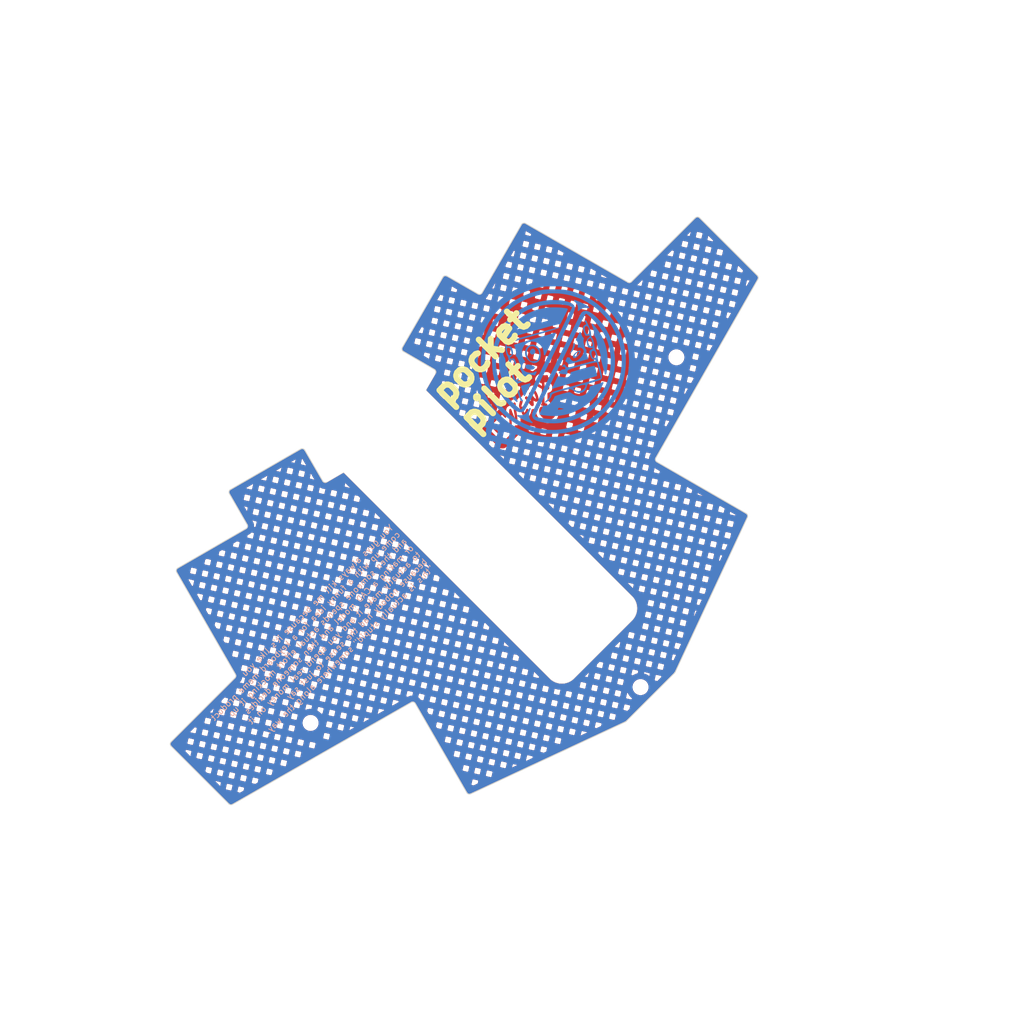
<source format=kicad_pcb>
(kicad_pcb (version 20241229) (generator "pcbnew") (generator_version "9.0")
  (title_block (title "tutorial") (rev "v1.0.0") (company "Unknown"))
  (layers (0 "F.Cu" signal) (2 "B.Cu" signal) (13 "F.Paste" user) (15 "B.Paste" user) (5 "F.SilkS" user "F.Silkscreen") (7 "B.SilkS" user "B.Silkscreen") (1 "F.Mask" user) (3 "B.Mask" user) (25 "Edge.Cuts" user))
  (net 0 "")
  (net 1 "P19")
  (net 2 "P18")
  (net 3 "P20")
  (footprint "MountingHole:MountingHole_2.2mm_M2" (layer "B.Cu") (at 107.115262 185.098002 60)
    (property "Reference" "REF**" (hide yes))
    (property "Value" "MountingHole_2.2mm_M2" (hide yes))
    (pad "" np_thru_hole circle (at 0 0 60) (size 2.2 2.2) (drill 2.2) (layers "*.Cu" "*.Mask"))
  )
  (footprint "MountingHole:MountingHole_2.2mm_M2" (layer "B.Cu") (at 168.492132 123.721132 75)
    (property "Reference" "REF**" (hide yes))
    (property "Value" "MountingHole_2.2mm_M2" (hide yes))
    (pad "" np_thru_hole circle (at 0 0 75) (size 2.2 2.2) (drill 2.2) (layers "*.Cu" "*.Mask"))
  )
  (footprint "MountingHole:MountingHole_2.2mm_M2" (layer "B.Cu") (at 162.476667 179.082537 60)
    (property "Reference" "REF**" (hide yes))
    (property "Value" "MountingHole_2.2mm_M2" (hide yes))
    (pad "" np_thru_hole circle (at 0 0 60) (size 2.2 2.2) (drill 2.2) (layers "*.Cu" "*.Mask"))
  )
  (gr_poly (pts (xy 141.213148 131.345323) (xy 141.219918 131.339446) (xy 141.227044 131.333794) (xy 141.240694 131.32287) (xy 141.253658 131.31349) (xy 141.266056 131.305663) (xy 141.272079 131.302335) (xy 141.278006 131.299397) (xy 141.283851 131.296854) (xy 141.289628 131.294704) (xy 141.295352 131.292949) (xy 141.301039 131.29159) (xy 141.306703 131.290628) (xy 141.312359 131.290066) (xy 141.318022 131.289903) (xy 141.323706 131.290141) (xy 141.329427 131.29078) (xy 141.3352 131.291823) (xy 141.341039 131.29327) (xy 141.346958 131.295123) (xy 141.352974 131.297381) (xy 141.3591 131.300048) (xy 141.365353 131.303123) (xy 141.371745 131.306608) (xy 141.385011 131.314814) (xy 141.399017 131.324671) (xy 141.413881 131.336192) (xy 141.429724 131.349385) (xy 141.447428 131.364443) (xy 141.4632 131.379525) (xy 141.477155 131.395091) (xy 141.489407 131.411602) (xy 141.500068 131.42952) (xy 141.509255 131.449306) (xy 141.51708 131.471421) (xy 141.523658 131.496328) (xy 141.529103 131.524486) (xy 141.533529 131.556358) (xy 141.537052 131.592405) (xy 141.539784 131.633088) (xy 141.54184 131.678868) (xy 141.543335 131.730207) (xy 141.545094 131.851407) (xy 141.547805 131.941949) (xy 141.553329 132.040785) (xy 141.561264 132.144811) (xy 141.571209 132.250919) (xy 141.582762 132.356004) (xy 141.595521 132.45696) (xy 141.609084 132.550681) (xy 141.623048 132.634061) (xy 141.663993 132.860352) (xy 141.703876 133.11138) (xy 141.741057 133.373299) (xy 141.773889 133.632257) (xy 141.800727 133.874407) (xy 141.81993 134.085899) (xy 141.829851 134.252883) (xy 141.830817 134.315358) (xy 141.828846 134.361513) (xy 141.825178 134.395872) (xy 141.819966 134.427664) (xy 141.816756 134.442618) (xy 141.813129 134.456953) (xy 141.809075 134.470679) (xy 141.804583 134.483803) (xy 141.799643 134.496333) (xy 141.794247 134.508278) (xy 141.788381 134.519644) (xy 141.782038 134.530441) (xy 141.775205 134.540676) (xy 141.767873 134.550357) (xy 141.760032 134.559493) (xy 141.751672 134.56809) (xy 141.742781 134.576158) (xy 141.733351 134.583704) (xy 141.72337 134.590736) (xy 141.71283 134.597262) (xy 141.701717 134.60329) (xy 141.690023 134.608828) (xy 141.677738 134.613885) (xy 141.664851 134.618468) (xy 141.651352 134.622584) (xy 141.637231 134.626243) (xy 141.622477 134.629452) (xy 141.60708 134.632219) (xy 141.574317 134.636459) (xy 141.538859 134.639028) (xy 141.511839 134.639269) (xy 141.48451 134.635252) (xy 141.456779 134.626887) (xy 141.428554 134.614083) (xy 141.399745 134.596747) (xy 141.37026 134.574789) (xy 141.340007 134.548117) (xy 141.308896 134.516641) (xy 141.276834 134.480268) (xy 141.243731 134.438906) (xy 141.209496 134.392466) (xy 141.174035 134.340855) (xy 141.13726 134.283983) (xy 141.099079 134.221756) (xy 141.059399 134.154086) (xy 141.018128 134.08088) (xy 140.834158 133.741002) (xy 140.84663 134.071526) (xy 140.853616 134.281452) (xy 140.859256 134.466744) (xy 140.863368 134.628935) (xy 140.865778 134.769551) (xy 140.866288 134.832248) (xy 140.866305 134.890126) (xy 140.865808 134.943375) (xy 140.864772 134.992188) (xy 140.863179 135.036756) (xy 140.861003 135.077268) (xy 140.858222 135.113918) (xy 140.854816 135.146895) (xy 140.85076 135.176393) (xy 140.846035 135.202601) (xy 140.840615 135.225712) (xy 140.837639 135.236165) (xy 140.834481 135.245914) (xy 140.831137 135.254987) (xy 140.827608 135.263403) (xy 140.823889 135.271188) (xy 140.819976 135.278367) (xy 140.815868 135.284962) (xy 140.811562 135.290998) (xy 140.807054 135.296499) (xy 140.802343 135.301487) (xy 140.797425 135.305989) (xy 140.792298 135.310026) (xy 140.786957 135.313624) (xy 140.781402 135.316806) (xy 140.77563 135.319596) (xy 140.769637 135.322018) (xy 140.763421 135.324096) (xy 140.756978 135.325854) (xy 140.743402 135.328504) (xy 140.728889 135.33016) (xy 140.713416 135.331013) (xy 140.696959 135.331256) (xy 140.661683 135.329686) (xy 140.63048 135.323667) (xy 140.603041 135.311236) (xy 140.579055 135.290427) (xy 140.558211 135.259279) (xy 140.5402 135.215824) (xy 140.524709 135.158099) (xy 140.51143 135.084143) (xy 140.500051 134.991989) (xy 140.49026 134.879673) (xy 140.474207 134.586701) (xy 140.460784 134.189516) (xy 140.447507 133.672403) (xy 140.442704 133.480494) (xy 140.43889 133.309645) (xy 140.436182 133.158556) (xy 140.434695 133.025924) (xy 140.43454 132.910448) (xy 140.435834 132.810827) (xy 140.437058 132.766555) (xy 140.438689 132.725757) (xy 140.440738 132.688274) (xy 140.443221 132.653939) (xy 140.44615 132.622592) (xy 140.449542 132.594069) (xy 140.453411 132.568208) (xy 140.45777 132.544846) (xy 140.462634 132.523821) (xy 140.468016 132.504969) (xy 140.473931 132.488129) (xy 140.480395 132.473136) (xy 140.487419 132.459828) (xy 140.495021 132.448043) (xy 140.503212 132.437619) (xy 140.512008 132.428392) (xy 140.521423 132.420198) (xy 140.531472 132.412878) (xy 140.542168 132.406266) (xy 140.553525 132.400201) (xy 140.579783 132.388166) (xy 140.604853 132.380225) (xy 140.616982 132.377834) (xy 140.628863 132.376522) (xy 140.640511 132.376306) (xy 140.651941 132.377203) (xy 140.663171 132.379235) (xy 140.674216 132.382417) (xy 140.685092 132.386768) (xy 140.695814 132.392307) (xy 140.7064 132.399052) (xy 140.716865 132.407021) (xy 140.727225 132.416232) (xy 140.737495 132.426704) (xy 140.757833 132.451503) (xy 140.778007 132.481564) (xy 140.798145 132.517033) (xy 140.818372 132.558057) (xy 140.83882 132.604779) (xy 140.859615 132.65735) (xy 140.880885 132.715912) (xy 140.902757 132.780613) (xy 140.959335 132.94277) (xy 141.027386 133.121953) (xy 141.101722 133.306253) (xy 141.177154 133.483755) (xy 141.248494 133.642549) (xy 141.310552 133.770722) (xy 141.336479 133.819603) (xy 141.358141 133.856361) (xy 141.374887 133.879508) (xy 141.381214 133.885512) (xy 141.386069 133.887555) (xy 141.388227 133.886685) (xy 141.390023 133.8841) (xy 141.392556 133.873944) (xy 141.393709 133.857403) (xy 141.393524 133.83479) (xy 141.389304 133.772616) (xy 141.380223 133.689943) (xy 141.366612 133.589291) (xy 141.348798 133.473183) (xy 141.327111 133.344139) (xy 141.30188 133.204681) (xy 141.264595 132.996984) (xy 141.232208 132.799517) (xy 141.204644 132.612282) (xy 141.181831 132.435279) (xy 141.163695 132.268508) (xy 141.150162 132.111967) (xy 141.141161 131.965657) (xy 141.136618 131.82958) (xy 141.136263 131.767624) (xy 141.136411 131.711334) (xy 141.137124 131.660377) (xy 141.138469 131.614427) (xy 141.140508 131.573155) (xy 141.143305 131.536231) (xy 141.146924 131.503325) (xy 141.149062 131.488277) (xy 141.151429 131.474111) (xy 141.154034 131.460785) (xy 141.156884 131.448258) (xy 141.159988 131.43649) (xy 141.163353 131.425439) (xy 141.166988 131.415064) (xy 141.170901 131.405323) (xy 141.175098 131.396176) (xy 141.17959 131.387582) (xy 141.184383 131.3795) (xy 141.189485 131.371888) (xy 141.194904 131.364706) (xy 141.20065 131.357911) (xy 141.206729 131.351464)) (stroke (width -0.000001)) (fill yes) (layer "F.Cu") (net 1))
  (gr_poly (pts (xy 145.489548 127.133654) (xy 145.522718 127.104132) (xy 145.556417 127.076675) (xy 145.590153 127.051738) (xy 145.623433 127.02978) (xy 145.655762 127.011257) (xy 145.686649 126.996626) (xy 145.715598 126.986343) (xy 145.729193 126.982974) (xy 145.742118 126.980865) (xy 145.760918 126.978735) (xy 145.778805 126.97581) (xy 145.795888 126.972026) (xy 145.812276 126.96732) (xy 145.828079 126.961627) (xy 145.843409 126.954884) (xy 145.858373 126.947026) (xy 145.87308 126.93799) (xy 145.887641 126.927711) (xy 145.902166 126.916126) (xy 145.916764 126.903172) (xy 145.931545 126.888782) (xy 145.946618 126.872895) (xy 145.962092 126.855445) (xy 145.978079 126.836369) (xy 145.994687 126.815603) (xy 146.015165 126.790846) (xy 146.033536 126.769118) (xy 146.050108 126.750303) (xy 146.065186 126.734288) (xy 146.072262 126.727295) (xy 146.079078 126.720959) (xy 146.085673 126.715266) (xy 146.092086 126.710201) (xy 146.098356 126.705752) (xy 146.10452 126.701901) (xy 146.110617 126.698637) (xy 146.116684 126.695944) (xy 146.122761 126.693809) (xy 146.128885 126.692217) (xy 146.135095 126.691153) (xy 146.141428 126.690603) (xy 146.147924 126.690554) (xy 146.154621 126.690991) (xy 146.161555 126.691899) (xy 146.168768 126.693265) (xy 146.176294 126.695074) (xy 146.184174 126.697311) (xy 146.201148 126.703015) (xy 146.219995 126.710263) (xy 146.241021 126.718941) (xy 146.25532 126.725005) (xy 146.271234 126.730335) (xy 146.288617 126.734925) (xy 146.307329 126.73877) (xy 146.32723 126.741866) (xy 146.348176 126.744209) (xy 146.370027 126.745793) (xy 146.39264 126.746615) (xy 146.415875 126.746668) (xy 146.439589 126.745951) (xy 146.463641 126.744456) (xy 146.48789 126.74218) (xy 146.512193 126.73912) (xy 146.536409 126.735268) (xy 146.560398 126.730622) (xy 146.584017 126.725177) (xy 146.60816 126.719759) (xy 146.631481 126.715199) (xy 146.653977 126.711491) (xy 146.675648 126.708637) (xy 146.696493 126.706631) (xy 146.716508 126.705472) (xy 146.735695 126.705159) (xy 146.754053 126.705689) (xy 146.771578 126.707058) (xy 146.788272 126.709266) (xy 146.804131 126.71231) (xy 146.819156 126.716188) (xy 146.833345 126.720896) (xy 146.846697 126.726434) (xy 146.859211 126.732799) (xy 146.870886 126.739988) (xy 146.881719 126.747999) (xy 146.891712 126.756831) (xy 146.900862 126.766479) (xy 146.909169 126.776943) (xy 146.916629 126.788221) (xy 146.923244 126.800308) (xy 146.929012 126.813204) (xy 146.933931 126.826907) (xy 146.938 126.841413) (xy 146.94122 126.856721) (xy 146.943586 126.872828) (xy 146.945099 126.889732) (xy 146.94576 126.907431) (xy 146.945565 126.925923) (xy 146.944513 126.945205) (xy 146.942603 126.965274) (xy 146.940526 126.985274) (xy 146.938991 127.003222) (xy 146.938439 127.011448) (xy 146.938033 127.019188) (xy 146.93778 127.026449) (xy 146.937682 127.03324) (xy 146.937744 127.03957) (xy 146.93797 127.045447) (xy 146.938364 127.05088) (xy 146.938931 127.055877) (xy 146.939672 127.060447) (xy 146.940594 127.064598) (xy 146.9417 127.06834) (xy 146.942992 127.071681) (xy 146.944478 127.074629) (xy 146.946159 127.077192) (xy 146.94804 127.079379) (xy 146.950124 127.0812) (xy 146.952417 127.082661) (xy 146.954921 127.083774) (xy 146.957641 127.084544) (xy 146.960581 127.084981) (xy 146.963744 127.085095) (xy 146.967136 127.084892) (xy 146.97076 127.084383) (xy 146.974619 127.083575) (xy 146.978717 127.082476) (xy 146.983061 127.081097) (xy 146.987651 127.079444) (xy 146.992494 127.077527) (xy 146.996083 127.07591) (xy 146.99983 127.074563) (xy 147.007767 127.072667) (xy 147.016254 127.071813) (xy 147.025234 127.071973) (xy 147.034652 127.07312) (xy 147.044454 127.075225) (xy 147.054585 127.078263) (xy 147.06499 127.082205) (xy 147.075614 127.087024) (xy 147.086403 127.092692) (xy 147.097301 127.099182) (xy 147.108254 127.106468) (xy 147.119207 127.114521) (xy 147.130105 127.123314) (xy 147.140895 127.132819) (xy 147.151519 127.143009) (xy 147.165812 127.157767) (xy 147.178315 127.171766) (xy 147.189064 127.1852) (xy 147.193792 127.191764) (xy 147.198095 127.198259) (xy 147.201979 127.204707) (xy 147.205447 127.211134) (xy 147.208502 127.217564) (xy 147.211153 127.22402) (xy 147.213401 127.230525) (xy 147.215251 127.237106) (xy 147.21671 127.243784) (xy 147.217779 127.250585) (xy 147.218465 127.257532) (xy 147.218772 127.264648) (xy 147.218704 127.27196) (xy 147.218266 127.279488) (xy 147.217463 127.287259) (xy 147.2163 127.295297) (xy 147.212907 127.312265) (xy 147.208127 127.330586) (xy 147.201993 127.35045) (xy 147.194545 127.372051) (xy 147.185818 127.395578) (xy 147.173035 127.423913) (xy 147.158718 127.452161) (xy 147.142959 127.480252) (xy 147.125849 127.508117) (xy 147.107481 127.535688) (xy 147.087946 127.562896) (xy 147.045746 127.615943) (xy 146.999982 127.666707) (xy 146.951391 127.714634) (xy 146.900708 127.759172) (xy 146.848669 127.799768) (xy 146.796008 127.835869) (xy 146.743462 127.866923) (xy 146.717461 127.880385) (xy 146.691765 127.892378) (xy 146.666465 127.902832) (xy 146.641653 127.91168) (xy 146.617421 127.918851) (xy 146.593862 127.924277) (xy 146.571066 127.927887) (xy 146.549126 127.929616) (xy 146.528134 127.92939) (xy 146.508182 127.927143) (xy 146.489361 127.922805) (xy 146.471764 127.916309) (xy 146.462529 127.912606) (xy 146.453541 127.909676) (xy 146.444809 127.907504) (xy 146.436343 127.906077) (xy 146.42815 127.90538) (xy 146.420241 127.905401) (xy 146.412624 127.906125) (xy 146.405308 127.907538) (xy 146.398302 127.909628) (xy 146.391617 127.91238) (xy 146.385261 127.91578) (xy 146.379242 127.919816) (xy 146.373571 127.924473) (xy 146.368256 127.929736) (xy 146.363305 127.935595) (xy 146.35873 127.942032) (xy 146.354539 127.949037) (xy 146.35074 127.956594) (xy 146.347344 127.96469) (xy 146.344358 127.973312) (xy 146.341792 127.982445) (xy 146.339656 127.992075) (xy 146.337959 128.00219) (xy 146.336708 128.012776) (xy 146.335915 128.023818) (xy 146.335588 128.035303) (xy 146.335735 128.047217) (xy 146.336368 128.059548) (xy 146.337493 128.072279) (xy 146.33912 128.0854) (xy 146.341259 128.098895) (xy 146.343919 128.112751) (xy 146.349754 128.143493) (xy 146.355515 128.18096) (xy 146.36113 128.223689) (xy 146.366526 128.270218) (xy 146.37163 128.319084) (xy 146.376367 128.368829) (xy 146.384455 128.465102) (xy 146.39381 128.68649) (xy 146.590252 128.72079) (xy 146.62018 128.726116) (xy 146.646971 128.730369) (xy 146.670846 128.733498) (xy 146.681761 128.734627) (xy 146.692031 128.735454) (xy 146.701685 128.735977) (xy 146.71075 128.736186) (xy 146.719254 128.736077) (xy 146.727226 128.735643) (xy 146.734693 128.734878) (xy 146.741683 128.733776) (xy 146.748225 128.73233) (xy 146.754345 128.730534) (xy 146.760073 128.728382) (xy 146.765436 128.725867) (xy 146.770462 128.722983) (xy 146.77518 128.719724) (xy 146.779616 128.716084) (xy 146.783799 128.712056) (xy 146.787758 128.707634) (xy 146.791519 128.702811) (xy 146.795112 128.697583) (xy 146.798563 128.691941) (xy 146.801902 128.685881) (xy 146.805155 128.679396) (xy 146.811518 128.665123) (xy 146.817877 128.649072) (xy 146.82772 128.625158) (xy 146.838481 128.60366) (xy 146.850074 128.584533) (xy 146.862415 128.567726) (xy 146.875414 128.553193) (xy 146.888988 128.540882) (xy 146.903049 128.530747) (xy 146.917512 128.522738) (xy 146.93229 128.516809) (xy 146.947296 128.512908) (xy 146.962446 128.510989) (xy 146.977652 128.511002) (xy 146.992828 128.512901) (xy 147.007888 128.516634) (xy 147.022747 128.522155) (xy 147.037317 128.529413) (xy 147.051513 128.538362) (xy 147.065247 128.548953) (xy 147.078434 128.561136) (xy 147.09099 128.574864) (xy 147.102824 128.590088) (xy 147.113853 128.606759) (xy 147.123991 128.624829) (xy 147.133151 128.644249) (xy 147.141247 128.664971) (xy 147.148192 128.686946) (xy 147.1539 128.710126) (xy 147.158285 128.734462) (xy 147.161261 128.759906) (xy 147.162742 128.786408) (xy 147.162642 128.813922) (xy 147.160874 128.842397) (xy 147.158941 128.860539) (xy 147.156665 128.878639) (xy 147.154069 128.896585) (xy 147.151178 128.91426) (xy 147.148012 128.931553) (xy 147.144595 128.948347) (xy 147.140948 128.964529) (xy 147.137097 128.979985) (xy 147.133063 128.9946) (xy 147.128869 129.008262) (xy 147.124538 129.020854) (xy 147.120094 129.032264) (xy 147.115557 129.042375) (xy 147.110952 129.051076) (xy 147.106301 129.058251) (xy 147.103967 129.06123) (xy 147.101629 129.063786) (xy 147.093612 129.071293) (xy 147.084783 129.078612) (xy 147.064789 129.092659) (xy 147.041864 129.105874) (xy 147.016221 129.118207) (xy 146.988074 129.129608) (xy 146.957639 129.140027) (xy 146.925131 129.149415) (xy 146.890764 129.157719) (xy 146.854752 129.164891) (xy 146.817311 129.17088) (xy 146.778655 129.175636) (xy 146.738998 129.179108) (xy 146.698555 129.181246) (xy 146.657542 129.182001) (xy 146.616173 129.181321) (xy 146.574663 129.179157) (xy 146.362629 129.166684) (xy 146.353274 129.756014) (xy 146.350369 130.043413) (xy 146.348743 130.296573) (xy 146.348506 130.517505) (xy 146.349766 130.708217) (xy 146.352635 130.870719) (xy 146.35722 131.007022) (xy 146.363633 131.119136) (xy 146.367559 131.166749) (xy 146.371982 131.209069) (xy 146.396928 131.389921) (xy 146.61208 131.461639) (xy 146.827231 131.539592) (xy 146.817878 131.698618) (xy 146.815904 131.718939) (xy 146.814662 131.737825) (xy 146.81415 131.755306) (xy 146.814168 131.763527) (xy 146.81437 131.771407) (xy 146.814753 131.778949) (xy 146.81532 131.786155) (xy 146.816069 131.793032) (xy 146.817001 131.79958) (xy 146.818115 131.805804) (xy 146.819412 131.811707) (xy 146.820892 131.817292) (xy 146.822554 131.822564) (xy 146.8244 131.827525) (xy 146.826428 131.832179) (xy 146.828638 131.836529) (xy 146.831032 131.840579) (xy 146.833608 131.844331) (xy 146.836367 131.84779) (xy 146.839309 131.85096) (xy 146.842433 131.853843) (xy 146.84574 131.856442) (xy 146.849229 131.858762) (xy 146.852902 131.860805) (xy 146.856757 131.862576) (xy 146.860794 131.864077) (xy 146.865015 131.865312) (xy 146.869418 131.866285) (xy 146.874004 131.866998) (xy 146.887295 131.869612) (xy 146.905642 131.874909) (xy 146.954637 131.892284) (xy 147.015252 131.916602) (xy 147.081751 131.945341) (xy 147.148395 131.97598) (xy 147.209448 132.005998) (xy 147.259174 132.032874) (xy 147.277996 132.044346) (xy 147.291836 132.054086) (xy 147.299149 132.059439) (xy 147.313516 132.068264) (xy 147.360045 132.095012) (xy 147.424697 132.131699) (xy 147.500751 132.175693) (xy 147.546607 132.203416) (xy 147.593833 132.235962) (xy 147.641972 132.272819) (xy 147.690568 132.313476) (xy 147.739165 132.357423) (xy 147.787304 132.404146) (xy 147.83453 132.453135) (xy 147.880385 132.503879) (xy 147.924414 132.555864) (xy 147.966159 132.60858) (xy 148.005163 132.661515) (xy 148.040969 132.714158) (xy 148.073123 132.765998) (xy 148.101165 132.816521) (xy 148.124638 132.865217) (xy 148.143089 132.911576) (xy 148.158088 132.960673) (xy 148.169246 133.012909) (xy 148.176667 133.067767) (xy 148.180457 133.12473) (xy 148.180722 133.183282) (xy 148.177565 133.242909) (xy 148.171092 133.303093) (xy 148.161407 133.363317) (xy 148.148618 133.423067) (xy 148.132827 133.481824) (xy 148.11414 133.539075) (xy 148.092662 133.594303) (xy 148.068499 133.646991) (xy 148.041755 133.696623) (xy 148.012536 133.742684) (xy 147.980945 133.784656) (xy 147.951514 133.818285) (xy 147.918552 133.852275) (xy 147.882621 133.886255) (xy 147.844283 133.919857) (xy 147.8041 133.952709) (xy 147.762632 133.984443) (xy 147.720443 134.014687) (xy 147.678096 134.043073) (xy 147.636149 134.069229) (xy 147.595166 134.092787) (xy 147.55571 134.113375) (xy 147.518339 134.130624) (xy 147.483619 134.144165) (xy 147.452109 134.153627) (xy 147.437734 134.156713) (xy 147.424372 134.158639) (xy 147.412095 134.159362) (xy 147.40097 134.158834) (xy 147.393827 134.158465) (xy 147.385337 134.158523) (xy 147.375613 134.158991) (xy 147.36477 134.159856) (xy 147.340185 134.162725) (xy 147.312493 134.167019) (xy 147.282609 134.172628) (xy 147.251446 134.179442) (xy 147.219917 134.187354) (xy 147.188937 134.196251) (xy 147.095433 134.221121) (xy 147.001001 134.236184) (xy 146.905885 134.241574) (xy 146.810326 134.237421) (xy 146.714565 134.223859) (xy 146.618846 134.20102) (xy 146.52341 134.169037) (xy 146.428499 134.128042) (xy 146.334355 134.078168) (xy 146.241221 134.019547) (xy 146.149338 133.952311) (xy 146.05895 133.876593) (xy 145.970296 133.792526) (xy 145.883622 133.700241) (xy 145.799166 133.599872) (xy 145.717172 133.491551) (xy 145.677412 133.434545) (xy 145.641137 133.376941) (xy 145.608324 133.318725) (xy 145.57895 133.259883) (xy 145.552994 133.200401) (xy 145.530431 133.140266) (xy 145.511238 133.079465) (xy 145.495394 133.017983) (xy 145.482875 132.955806) (xy 145.473658 132.892922) (xy 145.467721 132.829316) (xy 145.465041 132.764974) (xy 145.465595 132.699883) (xy 145.469359 132.63403) (xy 145.476312 132.5674) (xy 145.486429 132.49998) (xy 145.497532 132.44364) (xy 145.510936 132.390394) (xy 145.526606 132.340275) (xy 145.544505 132.293307) (xy 145.564597 132.249517) (xy 145.575452 132.228823) (xy 145.586844 132.208933) (xy 145.598764 132.189853) (xy 145.61121 132.171584) (xy 145.624177 132.154132) (xy 145.63766 132.137496) (xy 145.651653 132.121684) (xy 145.666155 132.106698) (xy 145.681159 132.092539) (xy 145.696661 132.079214) (xy 145.712655 132.066725) (xy 145.729139 132.055074) (xy 145.746107 132.044266) (xy 145.763554 132.034305) (xy 145.781477 132.025194) (xy 145.79987 132.016935) (xy 145.818729 132.009533) (xy 145.838049 132.00299) (xy 145.857826 131.997311) (xy 145.878055 131.992498) (xy 145.898732 131.988556) (xy 145.919852 131.985487) (xy 145.939324 131.982969) (xy 145.957971 131.980113) (xy 145.975771 131.976944) (xy 145.992702 131.973489) (xy 146.008742 131.969773) (xy 146.023869 131.965823) (xy 146.038063 131.961666) (xy 146.051301 131.957326) (xy 146.063561 131.952831) (xy 146.074822 131.948207) (xy 146.085062 131.943481) (xy 146.094261 131.938678) (xy 146.102394 131.933825) (xy 146.109442 131.928947) (xy 146.115382 131.924072) (xy 146.120192 131.919227) (xy 146.123852 131.914434) (xy 146.126339 131.909724) (xy 146.127631 131.905121) (xy 146.127823 131.902868) (xy 146.127708 131.900652) (xy 146.127282 131.898475) (xy 146.126546 131.896342) (xy 146.125495 131.894255) (xy 146.124125 131.892218) (xy 146.120423 131.888308) (xy 146.115418 131.884635) (xy 146.109088 131.881227) (xy 146.101412 131.87811) (xy 146.092368 131.875312) (xy 146.081934 131.872857) (xy 146.070089 131.870771) (xy 146.056811 131.869082) (xy 146.042078 131.867816) (xy 146.025868 131.866998) (xy 146.011195 131.866196) (xy 145.996465 131.864975) (xy 145.981773 131.863352) (xy 145.967208 131.861346) (xy 145.952863 131.858973) (xy 145.938828 131.856254) (xy 145.925196 131.853206) (xy 145.912056 131.849847) (xy 145.899501 131.846197) (xy 145.887623 131.842271) (xy 145.876511 131.83809) (xy 145.866258 131.833672) (xy 145.856955 131.829034) (xy 145.848694 131.824196) (xy 145.841566 131.819174) (xy 145.838455 131.816601) (xy 145.835662 131.813989) (xy 145.829494 131.807173) (xy 145.823852 131.799626) (xy 145.818729 131.791399) (xy 145.814121 131.782546) (xy 145.810022 131.773119) (xy 145.806426 131.763172) (xy 145.803331 131.752758) (xy 145.800728 131.741931) (xy 145.798615 131.730742) (xy 145.796985 131.719245) (xy 145.795156 131.695542) (xy 145.7952 131.671245) (xy 145.797074 131.646778) (xy 145.80074 131.622568) (xy 145.806156 131.599038) (xy 145.813278 131.576614) (xy 145.817468 131.565948) (xy 145.822068 131.555719) (xy 145.827076 131.545978) (xy 145.832485 131.536779) (xy 145.83829 131.528175) (xy 145.844486 131.52022) (xy 145.851068 131.512965) (xy 145.858031 131.506464) (xy 145.865369 131.500771) (xy 145.873079 131.495938) (xy 145.87792 131.493049) (xy 145.88251 131.489637) (xy 145.890935 131.481188) (xy 145.898374 131.470492) (xy 145.904845 131.457448) (xy 145.910366 131.441957) (xy 145.914955 131.423916) (xy 145.91863 131.403227) (xy 145.92141 131.379788) (xy 145.923314 131.353497) (xy 145.924358 131.324258) (xy 145.924563 131.291966) (xy 145.923944 131.256523) (xy 145.922522 131.217828) (xy 145.920314 131.17578) (xy 145.913615 131.081224) (xy 145.901186 130.919148) (xy 145.891935 130.75572) (xy 145.885826 130.59105) (xy 145.882824 130.425246) (xy 145.882891 130.258419) (xy 145.885991 130.090677) (xy 145.892087 129.922134) (xy 145.901143 129.752895) (xy 145.917446 129.527116) (xy 145.923718 129.434641) (xy 145.92867 129.354504) (xy 145.932252 129.285749) (xy 145.933513 129.25534) (xy 145.934413 129.227421) (xy 145.934945 129.20187) (xy 145.935104 129.178566) (xy 145.934881 129.157394) (xy 145.934273 129.138231) (xy 145.933271 129.120959) (xy 145.931871 129.105459) (xy 145.930065 129.091611) (xy 145.927847 129.079297) (xy 145.925212 129.068396) (xy 145.922153 129.058789) (xy 145.918663 129.050357) (xy 145.916754 129.046545) (xy 145.914736 129.042981) (xy 145.912606 129.039652) (xy 145.910365 129.036542) (xy 145.905546 129.03092) (xy 145.900272 129.025995) (xy 145.894535 129.021649) (xy 145.88833 129.01776) (xy 145.88165 129.014213) (xy 145.87449 129.010885) (xy 145.866843 129.007659) (xy 145.845437 128.997555) (xy 145.814858 128.981788) (xy 145.731594 128.936331) (xy 145.627866 128.877427) (xy 145.514492 128.811216) (xy 145.470776 128.786142) (xy 145.431801 128.763359) (xy 145.397265 128.742607) (xy 145.366868 128.723616) (xy 145.340307 128.706123) (xy 145.317282 128.689864) (xy 145.307001 128.682114) (xy 145.297491 128.674573) (xy 145.288714 128.667209) (xy 145.280632 128.659986) (xy 145.273208 128.652873) (xy 145.266404 128.645838) (xy 145.260183 128.638844) (xy 145.254505 128.631862) (xy 145.249336 128.624856) (xy 145.244635 128.617795) (xy 145.240365 128.610645) (xy 145.236491 128.603372) (xy 145.232972 128.595944) (xy 145.229772 128.588328) (xy 145.226853 128.58049) (xy 145.224177 128.572398) (xy 145.219404 128.555317) (xy 145.215151 128.536819) (xy 145.212195 128.521669) (xy 145.210321 128.50664) (xy 145.209496 128.491763) (xy 145.209688 128.477068) (xy 145.210865 128.462587) (xy 145.212993 128.448347) (xy 145.216041 128.43438) (xy 145.219975 128.420717) (xy 145.224763 128.407386) (xy 145.230373 128.39442) (xy 145.236772 128.381848) (xy 145.243926 128.3697) (xy 145.251806 128.358006) (xy 145.260377 128.346797) (xy 145.269606 128.336103) (xy 145.279463 128.325954) (xy 145.289912 128.316381) (xy 145.300923 128.307414) (xy 145.312463 128.299082) (xy 145.324499 128.291417) (xy 145.336999 128.284448) (xy 145.349929 128.278207) (xy 145.363258 128.272722) (xy 145.376953 128.268025) (xy 145.390982 128.264146) (xy 145.405311 128.261114) (xy 145.419909 128.25896) (xy 145.434743 128.257715) (xy 145.449779 128.257408) (xy 145.464986 128.25807) (xy 145.480333 128.259731) (xy 145.495784 128.262422) (xy 145.509029 128.26537) (xy 145.522958 128.269487) (xy 145.537454 128.2747) (xy 145.552398 128.280937) (xy 145.56767 128.288123) (xy 145.583153 128.296185) (xy 145.598727 128.305053) (xy 145.614274 128.314651) (xy 145.629674 128.324907) (xy 145.644809 128.335747) (xy 145.659561 128.347099) (xy 145.673811 128.358889) (xy 145.687439 128.371045) (xy 145.700327 128.383494) (xy 145.712356 128.396161) (xy 145.723408 128.408975) (xy 145.753811 128.441424) (xy 145.768137 128.455677) (xy 145.781879 128.468615) (xy 145.79504 128.480242) (xy 145.807619 128.490555) (xy 145.819616 128.499556) (xy 145.831032 128.507245) (xy 145.84187 128.513624) (xy 145.852127 128.518692) (xy 145.861805 128.522452) (xy 145.870905 128.5249) (xy 145.879427 128.526042) (xy 145.887372 128.525875) (xy 145.89474 128.5244) (xy 145.901532 128.521618) (xy 145.907748 128.51753) (xy 145.913391 128.512136) (xy 145.918458 128.505438) (xy 145.922951 128.497434) (xy 145.926872 128.488127) (xy 145.93022 128.477516) (xy 145.932995 128.465602) (xy 145.935199 128.452385) (xy 145.936832 128.437868) (xy 145.937894 128.422048) (xy 145.938387 128.404928) (xy 145.938311 128.386509) (xy 145.937666 128.366789) (xy 145.936453 128.345771) (xy 145.932324 128.29984) (xy 145.928318 128.261757) (xy 145.924395 128.228012) (xy 145.920417 128.198344) (xy 145.918363 128.184954) (xy 145.916246 128.172483) (xy 145.914047 128.160899) (xy 145.911747 128.150168) (xy 145.909332 128.140256) (xy 145.906782 128.131132) (xy 145.904082 128.12276) (xy 145.901214 128.115109) (xy 145.898161 128.108147) (xy 145.894907 128.101837) (xy 145.891433 128.09615) (xy 145.887722 128.09105) (xy 145.883758 128.086506) (xy 145.879523 128.082484) (xy 145.875 128.078949) (xy 145.870173 128.075871) (xy 145.865024 128.073215) (xy 145.859535 128.070949) (xy 145.85369 128.069038) (xy 145.847472 128.067451) (xy 145.840863 128.066154) (xy 145.833847 128.065113) (xy 145.826406 128.064297) (xy 145.818523 128.063672) (xy 145.801362 128.06286) (xy 145.783233 128.061434) (xy 145.765693 128.058942) (xy 145.748767 128.055433) (xy 145.732476 128.050954) (xy 145.716847 128.045556) (xy 145.7019 128.039285) (xy 145.687661 128.032191) (xy 145.674152 128.024323) (xy 145.661396 128.015727) (xy 145.649418 128.006455) (xy 145.63824 127.996553) (xy 145.627885 127.98607) (xy 145.618378 127.975056) (xy 145.609742 127.963558) (xy 145.602 127.951624) (xy 145.595175 127.939305) (xy 145.589291 127.926647) (xy 145.584371 127.913699) (xy 145.58044 127.900512) (xy 145.57752 127.88713) (xy 145.575633 127.873606) (xy 145.574806 127.859986) (xy 145.575059 127.846319) (xy 145.576417 127.832654) (xy 145.578903 127.81904) (xy 145.582541 127.805524) (xy 145.587355 127.792155) (xy 145.593366 127.778983) (xy 145.6006 127.766054) (xy 145.609078 127.753418) (xy 145.618825 127.741124) (xy 145.629863 127.72922) (xy 145.635985 127.722863) (xy 145.64149 127.716657) (xy 145.646385 127.710608) (xy 145.650674 127.70472) (xy 145.654362 127.698998) (xy 145.657454 127.693449) (xy 145.659956 127.688076) (xy 145.661874 127.682886) (xy 145.663211 127.677883) (xy 145.663973 127.673073) (xy 145.664165 127.66846) (xy 145.663792 127.66405) (xy 145.66286 127.659847) (xy 145.661374 127.655857) (xy 145.659338 127.652086) (xy 145.656759 127.648538) (xy 145.65364 127.645218) (xy 145.649987 127.642132) (xy 145.645805 127.639284) (xy 145.6411 127.63668) (xy 145.635877 127.634326) (xy 145.63014 127.632225) (xy 145.623896 127.630383) (xy 145.617148 127.628805) (xy 145.609902 127.627498) (xy 145.602164 127.626465) (xy 145.593938 127.625711) (xy 145.585229 127.625243) (xy 145.576044 127.625065) (xy 145.566386 127.625181) (xy 145.556261 127.625599) (xy 145.545674 127.626321) (xy 145.535303 127.626712) (xy 145.524684 127.626161) (xy 145.513857 127.62471) (xy 145.502867 127.622405) (xy 145.491755 127.619289) (xy 145.480565 127.615406) (xy 145.46934 127.610801) (xy 145.458123 127.605517) (xy 145.446955 127.599598) (xy 145.435881 127.593088) (xy 145.414183 127.578471) (xy 145.39337 127.562018) (xy 145.373787 127.54408) (xy 145.355774 127.525009) (xy 145.339676 127.505158) (xy 145.325834 127.484876) (xy 145.319866 127.474686) (xy 145.31459 127.464518) (xy 145.310051 127.454419) (xy 145.306289 127.444434) (xy 145.303348 127.434604) (xy 145.301272 127.424975) (xy 145.300102 127.415591) (xy 145.29988 127.406494) (xy 145.300653 127.39773) (xy 145.302459 127.389341) (xy 145.307455 127.374771) (xy 145.313632 127.359746) (xy 145.329281 127.328562) (xy 145.348912 127.296245) (xy 145.372033 127.263252) (xy 145.39815 127.230039) (xy 145.426771 127.197064) (xy 145.457401 127.164783)) (stroke (width -0.000001)) (fill yes) (layer "F.Cu") (net 1))
  (gr_poly (pts (xy 142.392451 130.916743) (xy 142.409876 130.903261) (xy 142.418717 130.897153) (xy 142.427639 130.891469) (xy 142.436639 130.886209) (xy 142.445713 130.881376) (xy 142.454858 130.87697) (xy 142.46407 130.872991) (xy 142.473346 130.869442) (xy 142.482683 130.866324) (xy 142.492077 130.863638) (xy 142.501525 130.861383) (xy 142.511022 130.859564) (xy 142.520567 130.858178) (xy 142.530155 130.85723) (xy 142.539783 130.856718) (xy 142.575638 130.858774) (xy 142.591964 130.860954) (xy 142.607231 130.863947) (xy 142.621445 130.867788) (xy 142.634613 130.872511) (xy 142.64674 130.878148) (xy 142.657833 130.884733) (xy 142.6679 130.8923) (xy 142.676944 130.900883) (xy 142.684973 130.910515) (xy 142.691994 130.921231) (xy 142.698011 130.933064) (xy 142.703033 130.946046) (xy 142.707064 130.960213) (xy 142.710111 130.975598) (xy 142.712182 130.992234) (xy 142.71328 131.010155) (xy 142.71259 131.049989) (xy 142.70809 131.095367) (xy 142.699832 131.14656) (xy 142.687863 131.203837) (xy 142.672237 131.267467) (xy 142.653002 131.337721) (xy 142.630209 131.414866) (xy 142.576824 131.587912) (xy 142.555488 131.658187) (xy 142.537542 131.718788) (xy 142.529797 131.745732) (xy 142.522848 131.770584) (xy 142.516678 131.79345) (xy 142.511269 131.81444) (xy 142.506605 131.833662) (xy 142.502668 131.851226) (xy 142.499442 131.867239) (xy 142.496909 131.881809) (xy 142.495052 131.895046) (xy 142.493853 131.907057) (xy 142.493297 131.917952) (xy 142.493364 131.927838) (xy 142.494039 131.936824) (xy 142.495305 131.94502) (xy 142.497145 131.952532) (xy 142.499539 131.95947) (xy 142.502473 131.965942) (xy 142.50593 131.972057) (xy 142.50989 131.977922) (xy 142.514339 131.983648) (xy 142.519257 131.989341) (xy 142.524629 131.99511) (xy 142.536665 132.007314) (xy 142.546426 132.016359) (xy 142.556001 132.023545) (xy 142.565639 132.028765) (xy 142.575593 132.031918) (xy 142.586113 132.032896) (xy 142.597451 132.031595) (xy 142.609857 132.02791) (xy 142.623583 132.021736) (xy 142.638881 132.012966) (xy 142.656 132.001498) (xy 142.675195 131.987225) (xy 142.696714 131.970042) (xy 142.74773 131.926528) (xy 142.811061 131.870115) (xy 142.841009 131.842735) (xy 142.868961 131.817844) (xy 142.895039 131.795374) (xy 142.919368 131.775256) (xy 142.942072 131.757421) (xy 142.963272 131.741803) (xy 142.973347 131.734803) (xy 142.983093 131.72833) (xy 142.992525 131.722378) (xy 143.001658 131.716937) (xy 143.010508 131.711998) (xy 143.019091 131.707553) (xy 143.02742 131.703593) (xy 143.035514 131.70011) (xy 143.043385 131.697095) (xy 143.05105 131.69454) (xy 143.058525 131.692435) (xy 143.065824 131.690774) (xy 143.072964 131.689546) (xy 143.079958 131.688743) (xy 143.086824 131.688358) (xy 143.093577 131.68838) (xy 143.10023 131.688802) (xy 143.106802 131.689616) (xy 143.113306 131.690811) (xy 143.119758 131.692382) (xy 143.131415 131.695338) (xy 143.142412 131.698935) (xy 143.152751 131.703154) (xy 143.162431 131.707978) (xy 143.171451 131.713389) (xy 143.17981 131.719368) (xy 143.187508 131.725901) (xy 143.194544 131.732965) (xy 143.200918 131.740547) (xy 143.206629 131.748627) (xy 143.211677 131.757188) (xy 143.216061 131.766211) (xy 143.21978 131.775681) (xy 143.222834 131.785578) (xy 143.225222 131.795885) (xy 143.226944 131.806584) (xy 143.227999 131.817657) (xy 143.228386 131.829087) (xy 143.228106 131.840856) (xy 143.227157 131.852947) (xy 143.225539 131.865342) (xy 143.223251 131.878023) (xy 143.220293 131.890971) (xy 143.216664 131.904172) (xy 143.212363 131.917604) (xy 143.207391 131.931252) (xy 143.201745 131.945097) (xy 143.195427 131.959123) (xy 143.180769 131.987642) (xy 143.163412 132.016668) (xy 143.062851 132.168678) (xy 142.938906 132.353428) (xy 142.915801 132.387787) (xy 142.895551 132.418696) (xy 142.878086 132.446655) (xy 142.86334 132.472161) (xy 142.851242 132.495712) (xy 142.846166 132.506911) (xy 142.841726 132.517807) (xy 142.837913 132.528463) (xy 142.834721 132.538942) (xy 142.832139 132.549305) (xy 142.83016 132.559615) (xy 142.828774 132.569934) (xy 142.827974 132.580325) (xy 142.827751 132.59085) (xy 142.828096 132.60157) (xy 142.829 132.612548) (xy 142.830455 132.623846) (xy 142.832452 132.635528) (xy 142.834984 132.647654) (xy 142.841614 132.673489) (xy 142.850276 132.70185) (xy 142.860902 132.733235) (xy 142.873424 132.768141) (xy 142.887828 132.809925) (xy 142.902705 132.850431) (xy 142.917657 132.888671) (xy 142.932279 132.923659) (xy 142.946171 132.954408) (xy 142.952717 132.967884) (xy 142.958929 132.979931) (xy 142.964759 132.990425) (xy 142.970154 132.999244) (xy 142.975065 133.006262) (xy 142.979441 133.011357) (xy 142.983742 133.014804) (xy 142.988445 133.016982) (xy 142.993536 133.017912) (xy 142.998997 133.017623) (xy 143.004812 133.016139) (xy 143.010965 133.013487) (xy 143.024216 133.004779) (xy 143.038618 132.991704) (xy 143.054039 132.974468) (xy 143.070346 132.953277) (xy 143.087407 132.928336) (xy 143.10509 132.89985) (xy 143.12326 132.868025) (xy 143.141786 132.833067) (xy 143.160538 132.795181) (xy 143.17938 132.754574) (xy 143.19818 132.711448) (xy 143.216808 132.666012) (xy 143.235129 132.61847) (xy 143.251999 132.576546) (xy 143.269526 132.535645) (xy 143.2872 132.49679) (xy 143.304508 132.461004) (xy 143.320939 132.429311) (xy 143.328666 132.415319) (xy 143.335982 132.402733) (xy 143.342822 132.391683) (xy 143.349124 132.382295) (xy 143.354823 132.374698) (xy 143.359855 132.369019) (xy 143.365103 132.364294) (xy 143.370886 132.360057) (xy 143.377174 132.356299) (xy 143.383935 132.353014) (xy 143.39114 132.350195) (xy 143.398757 132.347834) (xy 143.406756 132.345927) (xy 143.415104 132.344464) (xy 143.432731 132.342847) (xy 143.45139 132.342928) (xy 143.470834 132.344655) (xy 143.490817 132.347971) (xy 143.511093 132.352822) (xy 143.531414 132.359153) (xy 143.551534 132.366909) (xy 143.571207 132.376035) (xy 143.590185 132.386476) (xy 143.608222 132.398178) (xy 143.625072 132.411086) (xy 143.640488 132.425145) (xy 143.647481 132.433744) (xy 143.653277 132.44428) (xy 143.657904 132.456657) (xy 143.661389 132.470785) (xy 143.665043 132.503923) (xy 143.664458 132.542953) (xy 143.659855 132.587135) (xy 143.65145 132.63573) (xy 143.639464 132.687997) (xy 143.624117 132.743196) (xy 143.605628 132.800588) (xy 143.584215 132.859432) (xy 143.560098 132.918989) (xy 143.533497 132.978518) (xy 143.504629 133.03728) (xy 143.473716 133.094535) (xy 143.440976 133.149543) (xy 143.406628 133.201563) (xy 143.36534 133.259421) (xy 143.345268 133.286156) (xy 143.325543 133.311441) (xy 143.306143 133.335288) (xy 143.287043 133.357707) (xy 143.268219 133.378707) (xy 143.249648 133.398299) (xy 143.231305 133.416493) (xy 143.213167 133.4333) (xy 143.195208 133.44873) (xy 143.177407 133.462793) (xy 143.159738 133.4755) (xy 143.142177 133.48686) (xy 143.124701 133.496884) (xy 143.107285 133.505582) (xy 143.089907 133.512965) (xy 143.072539 133.519043) (xy 143.055162 133.523826) (xy 143.037748 133.527325) (xy 143.020276 133.529548) (xy 143.00272 133.530508) (xy 142.985056 133.530214) (xy 142.967261 133.528677) (xy 142.949311 133.525905) (xy 142.931182 133.521911) (xy 142.912849 133.516705) (xy 142.894289 133.510296) (xy 142.875478 133.502695) (xy 142.856392 133.493912) (xy 142.837006 133.483958) (xy 142.817298 133.472842) (xy 142.792805 133.458042) (xy 142.770593 133.443749) (xy 142.75038 133.42952) (xy 142.73189 133.414912) (xy 142.714842 133.399482) (xy 142.698961 133.382788) (xy 142.683964 133.364383) (xy 142.669575 133.343828) (xy 142.655516 133.32068) (xy 142.641506 133.294492) (xy 142.627269 133.264825) (xy 142.612523 133.231234) (xy 142.596992 133.193277) (xy 142.580398 133.150509) (xy 142.542902 133.048774) (xy 142.517463 132.979084) (xy 142.490819 132.909286) (xy 142.463809 132.841314) (xy 142.437274 132.777106) (xy 142.412055 132.718598) (xy 142.388992 132.667727) (xy 142.368925 132.62643) (xy 142.360278 132.609977) (xy 142.352695 132.596643) (xy 142.337701 132.57176) (xy 142.323364 132.546655) (xy 142.310051 132.521991) (xy 142.298127 132.498421) (xy 142.2928 132.487254) (xy 142.287956 132.476606) (xy 142.283643 132.466563) (xy 142.279905 132.457203) (xy 142.276788 132.448612) (xy 142.274339 132.440871) (xy 142.272602 132.43406) (xy 142.271623 132.428264) (xy 142.267731 132.413641) (xy 142.260953 132.39372) (xy 142.251617 132.369341) (xy 142.240051 132.341345) (xy 142.226586 132.310571) (xy 142.211549 132.277861) (xy 142.195271 132.244055) (xy 142.178078 132.209994) (xy 142.169389 132.192407) (xy 142.160886 132.173665) (xy 142.152612 132.153928) (xy 142.144607 132.133355) (xy 142.136913 132.112106) (xy 142.12957 132.090341) (xy 142.122621 132.068219) (xy 142.116105 132.0459) (xy 142.110065 132.023547) (xy 142.104541 132.001315) (xy 142.099573 131.979367) (xy 142.095204 131.957862) (xy 142.091475 131.93696) (xy 142.088426 131.91682) (xy 142.086098 131.897604) (xy 142.084534 131.879469) (xy 142.085196 131.845019) (xy 142.088218 131.804251) (xy 142.093407 131.758083) (xy 142.100563 131.707435) (xy 142.119997 131.596371) (xy 142.144948 131.478399) (xy 142.173846 131.360865) (xy 142.189283 131.304558) (xy 142.205118 131.251115) (xy 142.221155 131.201454) (xy 142.237195 131.156492) (xy 142.253044 131.11715) (xy 142.268504 131.084343) (xy 142.282239 131.05767) (xy 142.296531 131.032614) (xy 142.311353 131.009183) (xy 142.326678 130.987389) (xy 142.342476 130.967238) (xy 142.358723 130.94874) (xy 142.375391 130.931905)) (stroke (width -0.000001)) (fill yes) (layer "F.Cu") (net 1))
  (gr_poly (pts (xy 144.306821 128.994582) (xy 144.336015 128.97916) (xy 144.367121 128.970503) (xy 144.399975 128.968365) (xy 144.434411 128.972504) (xy 144.470259 128.982674) (xy 144.507354 128.998631) (xy 144.54553 129.020132) (xy 144.624454 129.078782) (xy 144.7057 129.156672) (xy 144.787932 129.251845) (xy 144.869817 129.362348) (xy 144.95002 129.486224) (xy 145.02721 129.621519) (xy 145.100051 129.766279) (xy 145.16721 129.918546) (xy 145.227353 130.076369) (xy 145.279146 130.237791) (xy 145.321256 130.400858) (xy 145.352349 130.563612) (xy 145.359275 130.613304) (xy 145.364779 130.658576) (xy 145.368758 130.699839) (xy 145.371107 130.737498) (xy 145.37172 130.77196) (xy 145.370492 130.803631) (xy 145.369154 130.818547) (xy 145.367318 130.832917) (xy 145.364969 130.846794) (xy 145.362093 130.860227) (xy 145.35868 130.873266) (xy 145.354713 130.885965) (xy 145.350181 130.898371) (xy 145.345072 130.910537) (xy 145.33937 130.922514) (xy 145.333064 130.934352) (xy 145.326141 130.946102) (xy 145.318586 130.957815) (xy 145.301531 130.981333) (xy 145.281795 131.005312) (xy 145.259273 131.030159) (xy 145.23386 131.05628) (xy 145.219747 131.069919) (xy 145.205473 131.082772) (xy 145.19104 131.09484) (xy 145.176455 131.106122) (xy 145.161717 131.116618) (xy 145.146834 131.126329) (xy 145.131806 131.135254) (xy 145.116637 131.143393) (xy 145.101332 131.150747) (xy 145.085892 131.157315) (xy 145.070323 131.163098) (xy 145.054628 131.168095) (xy 145.038808 131.172305) (xy 145.022869 131.175731) (xy 145.006814 131.178372) (xy 144.990644 131.180226) (xy 144.974366 131.181295) (xy 144.957982 131.181578) (xy 144.941494 131.181076) (xy 144.924908 131.179787) (xy 144.908225 131.177713) (xy 144.891451 131.174855) (xy 144.874586 131.17121) (xy 144.857636 131.166779) (xy 144.840605 131.161563) (xy 144.823493 131.15556) (xy 144.806308 131.148774) (xy 144.789049 131.1412) (xy 144.771723 131.132842) (xy 144.754331 131.123697) (xy 144.719366 131.103052) (xy 144.66933 131.072504) (xy 144.620755 131.043418) (xy 144.547868 131.000153) (xy 144.544744 130.999146) (xy 144.541803 130.999044) (xy 144.539046 130.999835) (xy 144.536474 131.001511) (xy 144.534086 131.004061) (xy 144.531884 131.007477) (xy 144.528039 131.016864) (xy 144.524943 131.029595) (xy 144.5226 131.045592) (xy 144.521016 131.064776) (xy 144.520194 131.087071) (xy 144.520141 131.112399) (xy 144.520859 131.140683) (xy 144.522353 131.171844) (xy 144.524628 131.205804) (xy 144.531541 131.281815) (xy 144.541632 131.368094) (xy 144.550045 131.44253) (xy 144.556462 131.509452) (xy 144.560713 131.569313) (xy 144.561975 131.596736) (xy 144.562631 131.622564) (xy 144.562662 131.646853) (xy 144.562045 131.669658) (xy 144.560762 131.691038) (xy 144.558788 131.711048) (xy 144.556104 131.729744) (xy 144.552689 131.747185) (xy 144.548522 131.763424) (xy 144.543581 131.77852) (xy 144.537845 131.792529) (xy 144.531293 131.805508) (xy 144.523904 131.817512) (xy 144.515657 131.828599) (xy 144.506531 131.838825) (xy 144.496505 131.848246) (xy 144.485557 131.856921) (xy 144.473666 131.864902) (xy 144.460811 131.87225) (xy 144.446972 131.879018) (xy 144.432128 131.885266) (xy 144.416254 131.891047) (xy 144.399334 131.89642) (xy 144.381344 131.901441) (xy 144.342071 131.910651) (xy 144.312572 131.915219) (xy 144.283374 131.915767) (xy 144.253976 131.911858) (xy 144.223873 131.903051) (xy 144.192566 131.888909) (xy 144.159549 131.868995) (xy 144.124323 131.842868) (xy 144.086383 131.810091) (xy 144.045227 131.770225) (xy 144.000354 131.722832) (xy 143.95126 131.667472) (xy 143.897442 131.603709) (xy 143.773631 131.449215) (xy 143.624897 131.255842) (xy 143.56424 131.175622) (xy 143.502705 131.097595) (xy 143.442047 131.023661) (xy 143.384021 130.955719) (xy 143.330379 130.895671) (xy 143.282876 130.845415) (xy 143.261975 130.824553) (xy 143.243266 130.806853) (xy 143.226969 130.792549) (xy 143.213302 130.781883) (xy 143.199098 130.771488) (xy 143.185719 130.760225) (xy 143.173168 130.748155) (xy 143.161451 130.735342) (xy 143.150569 130.721849) (xy 143.140527 130.707737) (xy 143.131327 130.693071) (xy 143.122974 130.677913) (xy 143.115469 130.662324) (xy 143.108819 130.64637) (xy 143.103023 130.630112) (xy 143.098089 130.613613) (xy 143.094018 130.596936) (xy 143.090812 130.580143) (xy 143.088478 130.563298) (xy 143.087017 130.546463) (xy 143.086433 130.529702) (xy 143.08673 130.513075) (xy 143.08791 130.496649) (xy 143.089977 130.480483) (xy 143.092935 130.464641) (xy 143.096787 130.449187) (xy 143.101537 130.434183) (xy 143.107188 130.419691) (xy 143.113743 130.405775) (xy 143.121206 130.392497) (xy 143.12958 130.379921) (xy 143.138868 130.368108) (xy 143.149075 130.357122) (xy 143.160204 130.347026) (xy 143.172257 130.337881) (xy 143.185239 130.329752) (xy 143.225103 130.309224) (xy 143.261225 130.292694) (xy 143.29469 130.281086) (xy 143.326579 130.275331) (xy 143.357974 130.276353) (xy 143.389959 130.285081) (xy 143.423614 130.302442) (xy 143.460025 130.329362) (xy 143.500273 130.36677) (xy 143.54544 130.415592) (xy 143.596608 130.476756) (xy 143.654861 130.551189) (xy 143.79695 130.74357) (xy 143.980366 131.000153) (xy 143.994778 131.019963) (xy 144.007674 131.037316) (xy 144.019145 131.052237) (xy 144.029282 131.064757) (xy 144.033879 131.070125) (xy 144.038176 131.074902) (xy 144.042186 131.079092) (xy 144.04592 131.082699) (xy 144.049388 131.085725) (xy 144.052604 131.088175) (xy 144.055578 131.090052) (xy 144.05832 131.091359) (xy 144.060843 131.0921) (xy 144.062026 131.092259) (xy 144.063159 131.092277) (xy 144.064242 131.092156) (xy 144.065277 131.091895) (xy 144.066267 131.091495) (xy 144.067211 131.090957) (xy 144.068972 131.089466) (xy 144.07057 131.087426) (xy 144.072017 131.08484) (xy 144.073325 131.081712) (xy 144.074506 131.078045) (xy 144.07557 131.073842) (xy 144.076528 131.069107) (xy 144.077393 131.063844) (xy 144.078176 131.058055) (xy 144.078889 131.051744) (xy 144.080146 131.037571) (xy 144.080407 131.026813) (xy 144.080036 131.014502) (xy 144.079063 131.000766) (xy 144.077516 130.985732) (xy 144.072801 130.952285) (xy 144.066114 130.915184) (xy 144.057673 130.875452) (xy 144.047698 130.834113) (xy 144.036407 130.792187) (xy 144.024019 130.750701) (xy 143.971795 130.591455) (xy 143.926024 130.450757) (xy 143.886436 130.327279) (xy 143.852765 130.219691) (xy 143.82474 130.126666) (xy 143.812759 130.085197) (xy 143.802089 130.046872) (xy 143.792697 130.011522) (xy 143.784546 129.978981) (xy 143.777605 129.949084) (xy 143.77184 129.921665) (xy 143.767216 129.896557) (xy 143.763701 129.873594) (xy 143.761261 129.852609) (xy 143.759861 129.833438) (xy 143.759468 129.815912) (xy 143.760048 129.799868) (xy 143.76157 129.785137) (xy 143.763996 129.771556) (xy 143.767295 129.758955) (xy 143.771432 129.747171) (xy 143.776375 129.736037) (xy 143.782089 129.725386) (xy 143.788542 129.715053) (xy 143.795697 129.704871) (xy 143.803523 129.694674) (xy 143.811986 129.684296) (xy 143.82397 129.669991) (xy 143.835955 129.656891) (xy 143.847939 129.644999) (xy 143.859921 129.634314) (xy 143.871901 129.624838) (xy 143.883878 129.61657) (xy 143.895851 129.609512) (xy 143.90782 129.603663) (xy 143.919785 129.599024) (xy 143.931745 129.595597) (xy 143.943698 129.593382) (xy 143.955646 129.592378) (xy 143.967587 129.592586) (xy 143.97952 129.594009) (xy 143.991446 129.596645) (xy 144.003362 129.600496) (xy 144.01527 129.605562) (xy 144.027167 129.611842) (xy 144.039055 129.61934) (xy 144.050932 129.628054) (xy 144.062798 129.637985) (xy 144.074651 129.649134) (xy 144.086492 129.661502) (xy 144.098319 129.675087) (xy 144.121933 129.705919) (xy 144.145488 129.741635) (xy 144.168978 129.782237) (xy 144.1924 129.827731) (xy 144.222381 129.885096) (xy 144.254805 129.943461) (xy 144.289339 130.002365) (xy 144.325651 130.061347) (xy 144.363406 130.119946) (xy 144.402271 130.1777) (xy 144.441913 130.234147) (xy 144.481997 130.288826) (xy 144.522192 130.341277) (xy 144.562162 130.391037) (xy 144.601574 130.437646) (xy 144.640097 130.480641) (xy 144.677395 130.519562) (xy 144.713136 130.553948) (xy 144.746985 130.583336) (xy 144.778611 130.607266) (xy 144.928282 130.707048) (xy 144.912691 130.566731) (xy 144.903194 130.500012) (xy 144.887868 130.427913) (xy 144.86717 130.351337) (xy 144.841559 130.271189) (xy 144.811488 130.188374) (xy 144.777418 130.103796) (xy 144.739801 130.018359) (xy 144.699098 129.932969) (xy 144.655763 129.848527) (xy 144.610256 129.76594) (xy 144.563029 129.686112) (xy 144.514543 129.609948) (xy 144.465252 129.538351) (xy 144.415614 129.472226) (xy 144.366087 129.412476) (xy 144.317125 129.360009) (xy 144.307854 129.350234) (xy 144.298788 129.339686) (xy 144.289986 129.328472) (xy 144.28151 129.316697) (xy 144.273417 129.304463) (xy 144.265767 129.291879) (xy 144.25862 129.279048) (xy 144.252034 129.266075) (xy 144.246069 129.253066) (xy 144.240786 129.240125) (xy 144.236241 129.227358) (xy 144.232496 129.214869) (xy 144.229611 129.202764) (xy 144.227643 129.191148) (xy 144.226652 129.180125) (xy 144.226542 129.17487) (xy 144.226699 129.169802) (xy 144.226473 129.159659) (xy 144.22693 129.149169) (xy 144.228028 129.138423) (xy 144.22972 129.127512) (xy 144.231959 129.116529) (xy 144.234702 129.105564) (xy 144.2379 129.094708) (xy 144.241511 129.084053) (xy 144.245486 129.073691) (xy 144.249781 129.063712) (xy 144.25435 129.054209) (xy 144.259147 129.045271) (xy 144.264127 129.036991) (xy 144.269245 129.029461) (xy 144.274454 129.022772) (xy 144.279708 129.017013)) (stroke (width -0.000001)) (fill yes) (layer "F.Cu") (net 1))
  (gr_poly (pts (xy 151.52206 123.004466) (xy 151.629072 122.913153) (xy 151.73974 122.828711) (xy 151.851119 122.753568) (xy 151.960268 122.690154) (xy 152.064249 122.640901) (xy 152.11338 122.622344) (xy 152.160116 122.608237) (xy 152.204089 122.598885) (xy 152.24493 122.594592) (xy 152.282274 122.595661) (xy 152.315749 122.602397) (xy 152.344992 122.615101) (xy 152.369632 122.63408) (xy 152.39067 122.658644) (xy 152.406977 122.685603) (xy 152.418496 122.715009) (xy 152.425174 122.746918) (xy 152.426955 122.781385) (xy 152.423785 122.818465) (xy 152.415609 122.858212) (xy 152.402372 122.900681) (xy 152.384019 122.945928) (xy 152.360497 122.994005) (xy 152.331748 123.044971) (xy 152.29772 123.098878) (xy 152.258356 123.155781) (xy 152.213602 123.215734) (xy 152.163404 123.278795) (xy 152.107707 123.345015) (xy 152.064526 123.396317) (xy 152.02155 123.444979) (xy 151.978839 123.490992) (xy 151.936452 123.534346) (xy 151.89445 123.575033) (xy 151.852891 123.613043) (xy 151.811833 123.648367) (xy 151.771337 123.680997) (xy 151.731464 123.710922) (xy 151.692269 123.738135) (xy 151.653816 123.762624) (xy 151.616161 123.784383) (xy 151.579366 123.803401) (xy 151.543488 123.819669) (xy 151.508588 123.833179) (xy 151.474724 123.84392) (xy 151.441958 123.851884) (xy 151.410346 123.857063) (xy 151.379949 123.859445) (xy 151.350827 123.859023) (xy 151.323039 123.855788) (xy 151.296643 123.84973) (xy 151.271701 123.840841) (xy 151.248269 123.829109) (xy 151.22641 123.814528) (xy 151.206419 123.797293) (xy 151.434187 123.569524) (xy 151.440539 123.574862) (xy 151.447875 123.579193) (xy 151.456156 123.582532) (xy 151.465345 123.584896) (xy 151.486286 123.586762) (xy 151.510387 123.58492) (xy 151.537339 123.579497) (xy 151.566831 123.57062) (xy 151.598552 123.558419) (xy 151.63219 123.543019) (xy 151.667436 123.524551) (xy 151.703981 123.503141) (xy 151.741511 123.478918) (xy 151.779718 123.452009) (xy 151.81829 123.422542) (xy 151.856916 123.390645) (xy 151.895287 123.356446) (xy 151.933091 123.320073) (xy 151.952639 123.300163) (xy 151.97152 123.280212) (xy 151.989724 123.260253) (xy 152.007244 123.240316) (xy 152.02407 123.220434) (xy 152.040192 123.20064) (xy 152.055601 123.180962) (xy 152.070289 123.161438) (xy 152.084246 123.142094) (xy 152.097463 123.122965) (xy 152.109931 123.104084) (xy 152.121642 123.085481) (xy 152.132583 123.067188) (xy 152.142749 123.049238) (xy 152.15213 123.031664) (xy 152.160715 123.014494) (xy 152.168497 122.997764) (xy 152.175466 122.981504) (xy 152.181613 122.965746) (xy 152.186927 122.950524) (xy 152.191402 122.935867) (xy 152.195027 122.921809) (xy 152.197794 122.90838) (xy 152.199693 122.895615) (xy 152.200714 122.883543) (xy 152.20085 122.872198) (xy 152.20009 122.861612) (xy 152.198426 122.851815) (xy 152.195848 122.84284) (xy 152.192348 122.83472) (xy 152.187917 122.827485) (xy 152.182543 122.821169) (xy 152.17513 122.814699) (xy 152.166937 122.809309) (xy 152.157991 122.804983) (xy 152.148316 122.801705) (xy 152.137938 122.79946) (xy 152.126882 122.798231) (xy 152.102835 122.798758) (xy 152.076377 122.803159) (xy 152.047707 122.811304) (xy 152.017029 122.823067) (xy 151.98454 122.838319) (xy 151.950445 122.856934) (xy 151.914943 122.878782) (xy 151.878235 122.903737) (xy 151.840521 122.931669) (xy 151.802004 122.962451) (xy 151.762885 122.995956) (xy 151.723363 123.032055) (xy 151.68364 123.070622) (xy 151.64713 123.108289) (xy 151.612556 123.146285) (xy 151.580102 123.184353) (xy 151.549949 123.22224) (xy 151.522282 123.259689) (xy 151.497283 123.296443) (xy 151.475132 123.332247) (xy 151.465183 123.349713) (xy 151.456015 123.366844) (xy 151.447651 123.383611) (xy 151.440114 123.399981) (xy 151.433427 123.415921) (xy 151.427611 123.4314) (xy 151.422691 123.446385) (xy 151.418689 123.460846) (xy 151.415628 123.474749) (xy 151.41353 123.488063) (xy 151.41242 123.500755) (xy 151.412318 123.512795) (xy 151.413249 123.524149) (xy 151.415235 123.534786) (xy 151.418299 123.544675) (xy 151.422464 123.553782) (xy 151.427753 123.562076) (xy 151.434187 123.569524) (xy 151.206419 123.797293) (xy 151.206181 123.797087) (xy 151.187642 123.776777) (xy 151.170852 123.753591) (xy 151.155871 123.727518) (xy 151.142758 123.698549) (xy 151.131573 123.666675) (xy 151.122375 123.631887) (xy 151.118696 123.597625) (xy 151.121446 123.560525) (xy 151.130257 123.52089) (xy 151.144762 123.479024) (xy 151.164592 123.43523) (xy 151.189381 123.389813) (xy 151.21876 123.343075) (xy 151.252362 123.295321) (xy 151.330763 123.197979) (xy 151.421643 123.100218)) (stroke (width -0.000001)) (fill yes) (layer "B.Cu") (net 2))
  (gr_poly (pts (xy 140.687507 116.88321) (xy 140.914049 116.676815) (xy 141.149936 116.477218) (xy 141.394687 116.284563) (xy 141.908871 115.920666) (xy 142.452762 115.586293) (xy 143.022524 115.282615) (xy 143.61432 115.010801) (xy 144.224313 114.772019) (xy 144.848666 114.567439) (xy 145.483544 114.398231) (xy 146.125109 114.265564) (xy 146.769523 114.170607) (xy 147.412951 114.114529) (xy 148.051555 114.098499) (xy 148.6815 114.123688) (xy 148.992026 114.152105) (xy 149.298948 114.191264) (xy 149.601786 114.241313) (xy 149.900061 114.302396) (xy 150.1268 114.358124) (xy 150.233118 114.387488) (xy 150.334774 114.41789) (xy 150.4318 114.449362) (xy 150.524224 114.481932) (xy 150.612075 114.515629) (xy 150.695383 114.550486) (xy 150.774179 114.586528) (xy 150.848492 114.623789) (xy 150.918352 114.662297) (xy 150.983787 114.70208) (xy 151.044829 114.743172) (xy 151.101506 114.785598) (xy 151.153849 114.82939) (xy 151.201887 114.874577) (xy 151.245649 114.921191) (xy 151.285166 114.969258) (xy 151.320467 115.01881) (xy 151.351582 115.069875) (xy 151.37854 115.122486) (xy 151.401372 115.176669) (xy 151.420106 115.232455) (xy 151.434773 115.289875) (xy 151.445402 115.348957) (xy 151.452023 115.409731) (xy 151.454667 115.472228) (xy 151.45336 115.536476) (xy 151.448136 115.602506) (xy 151.439021 115.670345) (xy 151.426048 115.740027) (xy 151.409243 115.811579) (xy 151.299841 116.095549) (xy 151.039158 116.680177) (xy 150.132363 118.606997) (xy 148.825666 121.303217) (xy 147.255876 124.480021) (xy 146.236388 126.525183) (xy 145.369787 128.247909) (xy 144.646426 129.666031) (xy 144.056658 130.797382) (xy 143.590837 131.659793) (xy 143.401391 131.995718) (xy 143.239315 132.271096) (xy 143.103402 132.488153) (xy 142.992445 132.649122) (xy 142.905241 132.75623) (xy 142.870168 132.790282) (xy 142.840582 132.811705) (xy 142.714127 132.874391) (xy 142.582556 132.917381) (xy 142.445722 132.940565) (xy 142.303482 132.943836) (xy 142.155686 132.927081) (xy 142.002191 132.890194) (xy 141.842849 132.833062) (xy 141.677514 132.755578) (xy 141.50604 132.65763) (xy 141.328282 132.53911) (xy 141.144092 132.399908) (xy 140.953326 132.239914) (xy 140.755835 132.059019) (xy 140.551475 131.857113) (xy 140.3996 131.696868) (xy 140.898023 131.198444) (xy 141.406235 131.676699) (xy 141.586747 131.836308) (xy 141.760535 131.985395) (xy 141.923214 132.12045) (xy 142.070401 132.237965) (xy 142.197708 132.334433) (xy 142.252537 132.373677) (xy 142.300753 132.406345) (xy 142.341807 132.431996) (xy 142.37515 132.450194) (xy 142.400236 132.460498) (xy 142.409511 132.462553) (xy 142.416515 132.462471) (xy 142.433272 132.456001) (xy 142.455272 132.437014) (xy 142.482206 132.406153) (xy 142.513761 132.364055) (xy 142.589498 132.248709) (xy 142.679998 132.09609) (xy 142.782774 131.911315) (xy 142.895343 131.699501) (xy 143.015222 131.465763) (xy 143.139924 131.215215) (xy 150.96023 115.437403) (xy 150.971041 115.40602) (xy 150.973193 115.375043) (xy 150.966873 115.344509) (xy 150.952264 115.314455) (xy 150.929553 115.284923) (xy 150.898924 115.25595) (xy 150.814652 115.199839) (xy 150.700928 115.146432) (xy 150.559232 115.096039) (xy 150.391044 115.048971) (xy 150.197844 115.005539) (xy 149.981111 114.966054) (xy 149.742328 114.930826) (xy 149.48297 114.900165) (xy 149.20452 114.874382) (xy 148.908459 114.853788) (xy 148.596263 114.838694) (xy 148.269416 114.82941) (xy 147.929394 114.826247) (xy 147.571115 114.830597) (xy 147.212343 114.848195) (xy 146.853754 114.878836) (xy 146.496023 114.922323) (xy 146.139826 114.978452) (xy 145.78584 115.047024) (xy 145.434742 115.127837) (xy 145.087205 115.220691) (xy 144.743908 115.325382) (xy 144.405525 115.441713) (xy 144.072733 115.569481) (xy 143.746208 115.708485) (xy 143.426625 115.858524) (xy 143.114662 116.019398) (xy 142.810993 116.190905) (xy 142.516295 116.372845) (xy 142.175534 116.604294) (xy 141.849938 116.845244) (xy 141.539177 117.096133) (xy 141.242923 117.357399) (xy 140.960847 117.629482) (xy 140.692619 117.912819) (xy 140.437912 118.207849) (xy 140.196396 118.515011) (xy 139.967742 118.834742) (xy 139.751622 119.167483) (xy 139.547706 119.51367) (xy 139.355667 119.873742) (xy 139.175174 120.248139) (xy 139.005898 120.637298) (xy 138.847513 121.041657) (xy 138.699687 121.461657) (xy 138.499739 122.139424) (xy 138.353013 122.828062) (xy 138.258649 123.524118) (xy 138.21579 124.224138) (xy 138.223576 124.924671) (xy 138.281148 125.622261) (xy 138.38765 126.313457) (xy 138.54222 126.994804) (xy 138.744001 127.662852) (xy 138.992134 128.314145) (xy 139.285761 128.945232) (xy 139.624021 129.552658) (xy 140.006058 130.13297) (xy 140.431011 130.682717) (xy 140.898023 131.198444) (xy 140.3996 131.696868) (xy 140.340098 131.634086) (xy 140.121561 131.38983) (xy 139.800976 131.009246) (xy 139.503193 130.624715) (xy 139.22792 130.235507) (xy 138.974863 129.840891) (xy 138.74373 129.440136) (xy 138.53423 129.032512) (xy 138.346069 128.617288) (xy 138.178956 128.193731) (xy 138.032598 127.761113) (xy 137.906703 127.318702) (xy 137.800978 126.865767) (xy 137.715132 126.401578) (xy 137.648871 125.925404) (xy 137.601905 125.436513) (xy 137.573938 124.934175) (xy 137.56468 124.417659) (xy 137.568499 124.017392) (xy 137.584705 123.625455) (xy 137.613408 123.241412) (xy 137.654717 122.864823) (xy 137.708743 122.49525) (xy 137.775595 122.132254) (xy 137.855381 121.775397) (xy 137.948213 121.42424) (xy 138.0542 121.078345) (xy 138.17345 120.737273) (xy 138.306075 120.400587) (xy 138.452183 120.067847) (xy 138.611885 119.738614) (xy 138.785289 119.412451) (xy 138.972506 119.088919) (xy 139.173645 118.767579) (xy 139.310721 118.557129) (xy 139.465776 118.332793) (xy 139.6334 118.101734) (xy 139.808187 117.871114) (xy 139.984727 117.648093) (xy 140.157613 117.439836) (xy 140.321437 117.253502) (xy 140.470791 117.096255)) (stroke (width -0.000001)) (fill yes) (layer "B.Cu") (net 2))
  (gr_poly (pts (xy 140.261779 121.038955) (xy 141.262021 120.742926) (xy 144.268692 119.890113) (xy 147.303426 119.056009) (xy 148.338747 118.783366) (xy 148.790002 118.680272) (xy 148.870279 118.686944) (xy 148.890145 118.695226) (xy 148.896677 118.706753) (xy 148.870273 118.739386) (xy 148.792146 118.784535) (xy 148.485033 118.911136) (xy 147.983962 119.084072) (xy 147.297556 119.300855) (xy 146.43444 119.559004) (xy 144.212567 120.189455) (xy 143.309693 120.446433) (xy 142.504018 120.683095) (xy 141.801534 120.897834) (xy 141.208234 121.089039) (xy 140.9544 121.175315) (xy 140.73011 121.255105) (xy 140.536112 121.328208) (xy 140.373155 121.394423) (xy 140.241989 121.453549) (xy 140.143363 121.505386) (xy 140.078025 121.549731) (xy 140.058073 121.569031) (xy 140.046725 121.586384) (xy 140.029545 121.63058) (xy 140.01569 121.669842) (xy 140.005562 121.704501) (xy 140.002022 121.720207) (xy 139.999564 121.734885) (xy 139.998239 121.748576) (xy 139.998096 121.761322) (xy 139.999186 121.773163) (xy 140.001561 121.784141) (xy 140.005269 121.794297) (xy 140.010361 121.803672) (xy 140.016888 121.812308) (xy 140.024899 121.820243) (xy 140.034444 121.827522) (xy 140.045574 121.834183) (xy 140.05834 121.84027) (xy 140.072791 121.845822) (xy 140.088978 121.850881) (xy 140.106951 121.855488) (xy 140.126759 121.859682) (xy 140.148455 121.863508) (xy 140.197706 121.870213) (xy 140.255104 121.875932) (xy 140.321055 121.880994) (xy 140.395957 121.885726) (xy 140.473119 121.888631) (xy 140.541437 121.89318) (xy 140.601718 121.900141) (xy 140.654762 121.910281) (xy 140.678823 121.916783) (xy 140.701376 121.924368) (xy 140.722523 121.93313) (xy 140.742362 121.943168) (xy 140.760997 121.954575) (xy 140.778526 121.967449) (xy 140.79505 121.981884) (xy 140.81067 121.997979) (xy 140.825485 122.015826) (xy 140.839598 122.035524) (xy 140.853107 122.057168) (xy 140.866115 122.080853) (xy 140.878719 122.106676) (xy 140.891023 122.134733) (xy 140.915128 122.197929) (xy 140.939232 122.271211) (xy 140.964141 122.355347) (xy 141.019585 122.559244) (xy 141.041053 122.649781) (xy 141.05861 122.734543) (xy 141.072148 122.813897) (xy 141.081558 122.888209) (xy 141.086728 122.957844) (xy 141.087551 123.023167) (xy 141.086296 123.054325) (xy 141.083915 123.084543) (xy 141.080391 123.113866) (xy 141.075712 123.142338) (xy 141.069862 123.170007) (xy 141.062831 123.196918) (xy 141.054602 123.223116) (xy 141.045163 123.248647) (xy 141.0345 123.273557) (xy 141.022599 123.297892) (xy 141.009446 123.321698) (xy 140.995029 123.345018) (xy 140.979332 123.3679) (xy 140.962343 123.390389) (xy 140.944048 123.412531) (xy 140.924432 123.434372) (xy 140.903483 123.455957) (xy 140.881186 123.477332) (xy 140.832495 123.519633) (xy 140.760727 123.584685) (xy 140.728893 123.615145) (xy 140.699755 123.644237) (xy 140.673313 123.671969) (xy 140.649564 123.698345) (xy 140.628505 123.723375) (xy 140.610133 123.747063) (xy 140.594448 123.769418) (xy 140.581446 123.790446) (xy 140.571126 123.810154) (xy 140.563483 123.828548) (xy 140.558519 123.845637) (xy 140.556227 123.861426) (xy 140.556608 123.875922) (xy 140.559659 123.889133) (xy 140.565378 123.901064) (xy 140.573761 123.911725) (xy 140.584808 123.921119) (xy 140.598515 123.929254) (xy 140.61488 123.936139) (xy 140.633901 123.941779) (xy 140.655576 123.94618) (xy 140.679903 123.949352) (xy 140.706879 123.951299) (xy 140.736502 123.952028) (xy 140.76877 123.951547) (xy 140.803679 123.949864) (xy 140.841229 123.946982) (xy 140.881417 123.942911) (xy 140.969696 123.931227) (xy 141.027394 123.923158) (xy 141.079319 123.918121) (xy 141.126128 123.916811) (xy 141.168478 123.919924) (xy 141.188187 123.923355) (xy 141.207029 123.928152) (xy 141.225084 123.934401) (xy 141.242437 123.942189) (xy 141.259168 123.951605) (xy 141.27536 123.962732) (xy 141.291095 123.975659) (xy 141.306456 123.990473) (xy 141.321525 124.00726) (xy 141.336383 124.026106) (xy 141.365798 124.070326) (xy 141.39536 124.123828) (xy 141.425724 124.187305) (xy 141.457551 124.261452) (xy 141.491497 124.346965) (xy 141.568379 124.554858) (xy 141.603294 124.65772) (xy 141.633129 124.751593) (xy 141.657776 124.837135) (xy 141.677124 124.915003) (xy 141.684777 124.951266) (xy 141.691064 124.985856) (xy 141.695971 125.018856) (xy 141.699487 125.05035) (xy 141.701594 125.080419) (xy 141.702282 125.109143) (xy 141.701536 125.136609) (xy 141.699341 125.162895) (xy 141.695684 125.188085) (xy 141.690553 125.212262) (xy 141.683932 125.235505) (xy 141.675809 125.257901) (xy 141.666169 125.279528) (xy 141.654999 125.30047) (xy 141.642286 125.32081) (xy 141.628014 125.340629) (xy 141.612172 125.360009) (xy 141.594743 125.379033) (xy 141.575717 125.397783) (xy 141.555079 125.416341) (xy 141.532814 125.434789) (xy 141.508909 125.453211) (xy 141.456126 125.490299) (xy 141.417685 125.51835) (xy 141.381875 125.546322) (xy 141.348696 125.57414) (xy 141.318149 125.601725) (xy 141.290231 125.628998) (xy 141.264945 125.655884) (xy 141.24229 125.682304) (xy 141.222266 125.70818) (xy 141.204872 125.733435) (xy 141.190109 125.757992) (xy 141.177978 125.781771) (xy 141.168477 125.804697) (xy 141.161608 125.826691) (xy 141.15737 125.847675) (xy 141.155761 125.867572) (xy 141.156784 125.886304) (xy 141.160439 125.903795) (xy 141.166723 125.919965) (xy 141.175639 125.934737) (xy 141.187186 125.948034) (xy 141.201364 125.959778) (xy 141.218173 125.969892) (xy 141.237612 125.978297) (xy 141.259683 125.984916) (xy 141.284384 125.989672) (xy 141.311717 125.992486) (xy 141.341681 125.993281) (xy 141.374275 125.99198) (xy 141.409501 125.988506) (xy 141.447357 125.982779) (xy 141.487845 125.974722) (xy 141.530962 125.964258) (xy 141.588376 125.94713) (xy 141.639488 125.933638) (xy 141.685009 125.924493) (xy 141.725651 125.92041) (xy 141.744364 125.920488) (xy 141.762127 125.922099) (xy 141.779026 125.925333) (xy 141.795151 125.930275) (xy 141.81059 125.937018) (xy 141.825434 125.94565) (xy 141.83977 125.956259) (xy 141.85369 125.968936) (xy 141.867279 125.983768) (xy 141.880629 126.000845) (xy 141.893828 126.020256) (xy 141.906966 126.04209) (xy 141.933412 126.093384) (xy 141.96068 126.155439) (xy 141.989484 126.228969) (xy 142.020535 126.314685) (xy 142.092228 126.525524) (xy 142.124816 126.618124) (xy 142.152398 126.704477) (xy 142.174938 126.785054) (xy 142.192398 126.860334) (xy 142.204743 126.930792) (xy 142.208985 126.96436) (xy 142.211935 126.996899) (xy 142.213588 127.028472) (xy 142.213939 127.059135) (xy 142.212983 127.088948) (xy 142.210717 127.117971) (xy 142.207135 127.146264) (xy 142.202233 127.173885) (xy 142.196007 127.200894) (xy 142.188452 127.22735) (xy 142.179563 127.253313) (xy 142.169334 127.278842) (xy 142.157764 127.303997) (xy 142.144846 127.328836) (xy 142.130576 127.35342) (xy 142.114949 127.377807) (xy 142.097962 127.402057) (xy 142.079609 127.426229) (xy 142.038787 127.474579) (xy 141.992447 127.52333) (xy 141.944481 127.573744) (xy 141.908647 127.617362) (xy 141.885675 127.65411) (xy 141.87924 127.669885) (xy 141.876295 127.683915) (xy 141.876932 127.696191) (xy 141.881241 127.706704) (xy 141.889313 127.715445) (xy 141.90124 127.722404) (xy 141.917114 127.727574) (xy 141.937026 127.730943) (xy 141.989328 127.732246) (xy 142.058877 127.726241) (xy 142.146404 127.712855) (xy 142.252641 127.692015) (xy 142.378316 127.663647) (xy 142.69091 127.584038) (xy 143.090033 127.47344) (xy 143.237396 127.432692) (xy 143.379679 127.394756) (xy 143.516189 127.359818) (xy 143.646232 127.328057) (xy 143.769112 127.299659) (xy 143.884137 127.274805) (xy 143.990611 127.253679) (xy 144.08784 127.236461) (xy 144.17513 127.223337) (xy 144.251786 127.214488) (xy 144.317115 127.210097) (xy 144.345315 127.209631) (xy 144.370422 127.210347) (xy 144.392349 127.212269) (xy 144.411013 127.21542) (xy 144.426321 127.219822) (xy 144.438192 127.225499) (xy 144.446537 127.232473) (xy 144.451268 127.240768) (xy 144.452299 127.250405) (xy 144.449544 127.261407) (xy 144.43388 127.281535) (xy 144.406086 127.30433) (xy 144.366889 127.329537) (xy 144.317024 127.356899) (xy 144.257219 127.386163) (xy 144.188206 127.41707) (xy 144.025478 127.482795) (xy 143.834686 127.552028) (xy 143.621677 127.622721) (xy 143.392299 127.692831) (xy 143.152396 127.760309) (xy 142.905332 127.825547) (xy 142.672591 127.889323) (xy 142.459145 127.950176) (xy 142.269961 128.006644) (xy 142.11001 128.057265) (xy 141.984262 128.100578) (xy 141.935766 128.119037) (xy 141.897685 128.13512) (xy 141.870639 128.148646) (xy 141.85525 128.159432) (xy 141.845892 128.177531) (xy 141.841048 128.207903) (xy 141.843946 128.302233) (xy 141.862045 128.435954) (xy 141.893447 128.602598) (xy 141.98855 129.008786) (xy 142.114055 129.469053) (xy 142.254761 129.931659) (xy 142.395466 130.344862) (xy 142.46107 130.516767) (xy 142.520971 130.65692) (xy 142.573274 130.75885) (xy 142.595981 130.793461) (xy 142.616075 130.81609) (xy 142.625246 130.823214) (xy 142.634044 130.830539) (xy 142.642463 130.838053) (xy 142.650497 130.845738) (xy 142.658137 130.853578) (xy 142.665378 130.861557) (xy 142.672212 130.869659) (xy 142.678634 130.87787) (xy 142.684634 130.886171) (xy 142.690207 130.894548) (xy 142.695347 130.902984) (xy 142.700046 130.911463) (xy 142.704297 130.919969) (xy 142.708094 130.928488) (xy 142.71143 130.937001) (xy 142.714297 130.945495) (xy 142.716689 130.953951) (xy 142.7186 130.962356) (xy 142.720021 130.970691) (xy 142.720948 130.978941) (xy 142.721371 130.987092) (xy 142.721286 130.995126) (xy 142.720684 131.003028) (xy 142.719559 131.010781) (xy 142.717904 131.01837) (xy 142.715713 131.025778) (xy 142.712978 131.03299) (xy 142.709693 131.039989) (xy 142.705851 131.04676) (xy 142.701444 131.053287) (xy 142.696466 131.059553) (xy 142.690911 131.065544) (xy 142.66844 131.08524) (xy 142.645467 131.099903) (xy 142.621999 131.109543) (xy 142.598049 131.114166) (xy 142.573623 131.113785) (xy 142.548731 131.108405) (xy 142.523383 131.098039) (xy 142.497586 131.082693) (xy 142.444687 131.037102) (xy 142.390108 130.971706) (xy 142.33392 130.886578) (xy 142.276197 130.781792) (xy 142.217014 130.657419) (xy 142.156442 130.513534) (xy 142.094553 130.350208) (xy 142.031423 130.167517) (xy 141.967124 129.965532) (xy 141.901728 129.744327) (xy 141.835309 129.503973) (xy 141.767941 129.244546) (xy 141.69062 128.939943) (xy 141.610084 128.648201) (xy 141.528963 128.376339) (xy 141.449888 128.131369) (xy 141.375492 127.92031) (xy 141.34087 127.829689) (xy 141.308403 127.750177) (xy 141.278421 127.682649) (xy 141.268997 127.663687) (xy 141.470157 127.462527) (xy 141.48166 127.473006) (xy 141.493407 127.481684) (xy 141.505459 127.48862) (xy 141.51788 127.493879) (xy 141.530729 127.49752) (xy 141.54407 127.499607) (xy 141.557963 127.500199) (xy 141.572471 127.49936) (xy 141.587655 127.49715) (xy 141.603577 127.493633) (xy 141.620298 127.488867) (xy 141.637879 127.482916) (xy 141.656384 127.475842) (xy 141.675872 127.467707) (xy 141.71805 127.448495) (xy 141.746296 127.434087) (xy 141.772575 127.416692) (xy 141.796889 127.396466) (xy 141.819244 127.373562) (xy 141.839643 127.348137) (xy 141.858093 127.320346) (xy 141.874597 127.290345) (xy 141.889158 127.258288) (xy 141.901783 127.224331) (xy 141.912478 127.188629) (xy 141.921243 127.151338) (xy 141.928086 127.112612) (xy 141.933011 127.072608) (xy 141.936022 127.03148) (xy 141.93632 126.946473) (xy 141.929018 126.858836) (xy 141.914152 126.769811) (xy 141.891759 126.680639) (xy 141.861875 126.592564) (xy 141.844135 126.549326) (xy 141.824536 126.506827) (xy 141.803083 126.465224) (xy 141.77978 126.424672) (xy 141.754632 126.385325) (xy 141.727643 126.347339) (xy 141.698817 126.310869) (xy 141.66816 126.276072) (xy 141.635722 126.245652) (xy 141.603934 126.219793) (xy 141.572858 126.198385) (xy 141.542558 126.18131) (xy 141.513098 126.168457) (xy 141.484543 126.159709) (xy 141.456956 126.154953) (xy 141.430402 126.154075) (xy 141.404944 126.156961) (xy 141.380646 126.163497) (xy 141.357571 126.173567) (xy 141.335785 126.187059) (xy 141.315351 126.203859) (xy 141.296334 126.223851) (xy 141.278795 126.24692) (xy 141.262801 126.272955) (xy 141.248415 126.301839) (xy 141.2357 126.33346) (xy 141.224722 126.367702) (xy 141.215543 126.404453) (xy 141.208226 126.443596) (xy 141.202839 126.485019) (xy 141.199441 126.528607) (xy 141.1981 126.574246) (xy 141.198878 126.621821) (xy 141.201839 126.671219) (xy 141.207048 126.722325) (xy 141.214568 126.775025) (xy 141.224463 126.829205) (xy 141.236797 126.884751) (xy 141.251633 126.941548) (xy 141.269037 126.999482) (xy 141.300252 127.092086) (xy 141.328745 127.173782) (xy 141.355008 127.245064) (xy 141.367458 127.276954) (xy 141.379536 127.306425) (xy 141.391303 127.333539) (xy 141.402822 127.358359) (xy 141.414153 127.380944) (xy 141.425359 127.401358) (xy 141.4365 127.419661) (xy 141.447639 127.435916) (xy 141.458838 127.450184) (xy 141.470157 127.462527) (xy 141.268997 127.663687) (xy 141.251254 127.627984) (xy 141.227228 127.587058) (xy 141.206673 127.56075) (xy 141.185641 127.535984) (xy 141.1647 127.504111) (xy 141.143942 127.465625) (xy 141.123458 127.421017) (xy 141.10334 127.370783) (xy 141.083678 127.315415) (xy 141.064564 127.255405) (xy 141.046089 127.191248) (xy 141.028347 127.123438) (xy 141.011425 127.052467) (xy 140.980415 126.903015) (xy 140.953789 126.746839) (xy 140.932278 126.587887) (xy 140.924117 126.504969) (xy 140.913764 126.420336) (xy 140.901364 126.334605) (xy 140.887064 126.248399) (xy 140.871011 126.16234) (xy 140.85335 126.077048) (xy 140.834227 125.993144) (xy 140.813788 125.911251) (xy 140.792181 125.831988) (xy 140.769549 125.755976) (xy 140.746042 125.683839) (xy 140.734349 125.651207) (xy 140.952284 125.433273) (xy 140.973232 125.45207) (xy 140.99464 125.468473) (xy 141.016489 125.482465) (xy 141.038752 125.494027) (xy 141.061408 125.503141) (xy 141.084434 125.509789) (xy 141.107807 125.513951) (xy 141.131504 125.515611) (xy 141.155503 125.514749) (xy 141.179781 125.511348) (xy 141.204314 125.505389) (xy 141.22908 125.496854) (xy 141.254057 125.485724) (xy 141.27922 125.471982) (xy 141.304548 125.455608) (xy 141.330018 125.436586) (xy 141.355606 125.414896) (xy 141.381291 125.39052) (xy 141.394308 125.374625) (xy 141.405334 125.355149) (xy 141.414424 125.332311) (xy 141.421631 125.306331) (xy 141.427012 125.277427) (xy 141.43062 125.245819) (xy 141.43274 125.175369) (xy 141.428428 125.096733) (xy 141.418123 125.011666) (xy 141.402265 124.921922) (xy 141.381291 124.829254) (xy 141.355639 124.735418) (xy 141.325748 124.642166) (xy 141.292058 124.551252) (xy 141.255006 124.464431) (xy 141.21503 124.383457) (xy 141.17257 124.310084) (xy 141.128063 124.246064) (xy 141.10518 124.21811) (xy 141.081949 124.193153) (xy 141.059778 124.172998) (xy 141.037737 124.156883) (xy 141.015884 124.144682) (xy 140.994275 124.136271) (xy 140.972968 124.131522) (xy 140.952019 124.130312) (xy 140.931485 124.132513) (xy 140.911425 124.138001) (xy 140.891894 124.146649) (xy 140.872951 124.158332) (xy 140.854651 124.172926) (xy 140.837052 124.190302) (xy 140.820211 124.210338) (xy 140.804187 124.232906) (xy 140.789034 124.257882) (xy 140.774811 124.285138) (xy 140.761574 124.314551) (xy 140.749382 124.345993) (xy 140.738289 124.379341) (xy 140.728355 124.414468) (xy 140.719637 124.451248) (xy 140.712189 124.489556) (xy 140.70134 124.570254) (xy 140.698051 124.612392) (xy 140.696264 124.655555) (xy 140.696033 124.699618) (xy 140.697418 124.744455) (xy 140.700474 124.789942) (xy 140.705259 124.835951) (xy 140.711829 124.882357) (xy 140.720243 124.929035) (xy 140.732335 124.979423) (xy 140.745207 125.027671) (xy 140.758838 125.073764) (xy 140.773204 125.117682) (xy 140.788282 125.159409) (xy 140.80405 125.198925) (xy 140.820485 125.236212) (xy 140.837564 125.271251) (xy 140.855265 125.304025) (xy 140.873563 125.334515) (xy 140.892437 125.362703) (xy 140.911864 125.388571) (xy 140.93182 125.4121) (xy 140.952284 125.433273) (xy 140.734349 125.651207) (xy 140.721803 125.616196) (xy 140.69698 125.553668) (xy 140.671718 125.496878) (xy 140.646164 125.446445) (xy 140.620463 125.402992) (xy 140.597101 125.358059) (xy 140.573886 125.307792) (xy 140.550963 125.2527) (xy 140.528478 125.193298) (xy 140.506578 125.130094) (xy 140.485409 125.063602) (xy 140.465116 124.994333) (xy 140.445847 124.922798) (xy 140.427747 124.84951) (xy 140.410963 124.774979) (xy 140.39564 124.699717) (xy 140.381925 124.624236) (xy 140.369964 124.549048) (xy 140.359903 124.474663) (xy 140.351888 124.401593) (xy 140.346066 124.330351) (xy 140.340387 124.260117) (xy 140.33279 124.19001) (xy 140.323402 124.120451) (xy 140.312351 124.051862) (xy 140.299766 123.98466) (xy 140.285774 123.919268) (xy 140.270503 123.856103) (xy 140.254081 123.795589) (xy 140.236635 123.738144) (xy 140.218295 123.68419) (xy 140.199188 123.634143) (xy 140.17944 123.588428) (xy 140.159182 123.547463) (xy 140.146238 123.525018) (xy 140.354715 123.316541) (xy 140.368408 123.328784) (xy 140.382509 123.339696) (xy 140.397054 123.349329) (xy 140.412083 123.357727) (xy 140.427635 123.364941) (xy 140.443749 123.371016) (xy 140.460464 123.376003) (xy 140.477819 123.379948) (xy 140.495851 123.382901) (xy 140.514601 123.384907) (xy 140.534106 123.386015) (xy 140.554407 123.386274) (xy 140.57554 123.385732) (xy 140.597548 123.384436) (xy 140.620464 123.382434) (xy 140.642099 123.380895) (xy 140.662578 123.378597) (xy 140.681915 123.375514) (xy 140.700123 123.371618) (xy 140.717217 123.366881) (xy 140.73321 123.361277) (xy 140.748117 123.354778) (xy 140.76195 123.347355) (xy 140.774723 123.338983) (xy 140.78645 123.329633) (xy 140.797145 123.319278) (xy 140.806821 123.307891) (xy 140.815493 123.295444) (xy 140.823174 123.281911) (xy 140.829876 123.267262) (xy 140.835616 123.251472) (xy 140.840406 123.234513) (xy 140.844257 123.216356) (xy 140.847187 123.196976) (xy 140.849209 123.176345) (xy 140.850335 123.154434) (xy 140.85058 123.131217) (xy 140.848479 123.080753) (xy 140.843016 123.024737) (xy 140.834301 122.962946) (xy 140.822444 122.895163) (xy 140.807553 122.821168) (xy 140.796918 122.765239) (xy 140.78385 122.709914) (xy 140.768555 122.655501) (xy 140.751232 122.602313) (xy 140.732081 122.55066) (xy 140.711304 122.500852) (xy 140.689103 122.453199) (xy 140.665677 122.408014) (xy 140.641228 122.365605) (xy 140.615957 122.326285) (xy 140.590065 122.290362) (xy 140.563753 122.258148) (xy 140.537221 122.229954) (xy 140.510672 122.20609) (xy 140.497452 122.195878) (xy 140.484304 122.186866) (xy 140.471253 122.179092) (xy 140.45832 122.172594) (xy 140.422877 122.158632) (xy 140.389046 122.147137) (xy 140.356831 122.13809) (xy 140.326238 122.131474) (xy 140.29727 122.127269) (xy 140.269934 122.125457) (xy 140.244233 122.12602) (xy 140.220172 122.128941) (xy 140.197754 122.134199) (xy 140.176986 122.141779) (xy 140.157871 122.15166) (xy 140.140414 122.163825) (xy 140.12462 122.178256) (xy 140.110494 122.194934) (xy 140.098039 122.21384) (xy 140.08726 122.234957) (xy 140.078162 122.258268) (xy 140.070749 122.283752) (xy 140.065028 122.311392) (xy 140.060998 122.34117) (xy 140.05867 122.373067) (xy 140.058046 122.407065) (xy 140.059129 122.443146) (xy 140.061925 122.481291) (xy 140.066439 122.521483) (xy 140.072674 122.563703) (xy 140.080636 122.607933) (xy 140.090329 122.654153) (xy 140.114928 122.752496) (xy 140.146506 122.858587) (xy 140.171697 122.940795) (xy 140.19603 123.014615) (xy 140.207972 123.048501) (xy 140.219815 123.080435) (xy 140.2316 123.110463) (xy 140.243363 123.138635) (xy 140.255145 123.164997) (xy 140.266984 123.189599) (xy 140.278918 123.212489) (xy 140.290988 123.233714) (xy 140.303231 123.253321) (xy 140.315686 123.271359) (xy 140.328393 123.287877) (xy 140.34139 123.302922) (xy 140.354715 123.316541) (xy 140.146238 123.525018) (xy 140.138538 123.511668) (xy 140.117641 123.481464) (xy 140.107135 123.46859) (xy 140.096614 123.457271) (xy 140.075445 123.431217) (xy 140.05413 123.39559) (xy 140.032814 123.351048) (xy 140.011645 123.298245) (xy 139.990768 123.237844) (xy 139.97033 123.170499) (xy 139.950476 123.096869) (xy 139.931353 123.017613) (xy 139.913107 122.933386) (xy 139.895883 122.844847) (xy 139.87983 122.752656) (xy 139.865092 122.657466) (xy 139.851816 122.559939) (xy 139.840147 122.460731) (xy 139.830232 122.3605) (xy 139.822218 122.259903) (xy 139.815787 122.160019) (xy 139.810524 122.061853) (xy 139.806432 121.965951) (xy 139.803509 121.872863) (xy 139.801755 121.783138) (xy 139.801171 121.697322) (xy 139.801755 121.615964) (xy 139.803509 121.539612) (xy 139.806432 121.468815) (xy 139.810524 121.404119) (xy 139.815786 121.346075) (xy 139.822218 121.295228) (xy 139.829818 121.252128) (xy 139.838587 121.217323) (xy 139.843411 121.203202) (xy 139.848526 121.191361) (xy 139.853934 121.181867) (xy 139.859634 121.17479)) (stroke (width -0.000001)) (fill yes) (layer "B.Cu") (net 2))
  (gr_poly (pts (xy 144.115099 122.415901) (xy 144.141186 122.393329) (xy 144.168132 122.372497) (xy 144.195808 122.353547) (xy 144.224088 122.33662) (xy 144.252842 122.321859) (xy 144.281944 122.309404) (xy 144.311265 122.299397) (xy 144.340677 122.29198) (xy 144.370053 122.287294) (xy 144.399265 122.285481) (xy 144.428184 122.286684) (xy 144.456683 122.291041) (xy 144.484633 122.298698) (xy 144.511908 122.309792) (xy 144.543843 122.326666) (xy 144.574164 122.34451) (xy 144.602863 122.363272) (xy 144.629934 122.382898) (xy 144.65537 122.403339) (xy 144.679163 122.42454) (xy 144.701308 122.446449) (xy 144.721797 122.469012) (xy 144.740624 122.492179) (xy 144.757781 122.515898) (xy 144.773262 122.540113) (xy 144.78706 122.564774) (xy 144.799167 122.589828) (xy 144.809578 122.615221) (xy 144.818285 122.640903) (xy 144.825281 122.66682) (xy 144.83056 122.692919) (xy 144.834115 122.719149) (xy 144.835939 122.745457) (xy 144.836024 122.771789) (xy 144.834365 122.798095) (xy 144.830954 122.82432) (xy 144.825784 122.850413) (xy 144.81885 122.876321) (xy 144.810143 122.901991) (xy 144.799657 122.927372) (xy 144.787384 122.952409) (xy 144.77332 122.977052) (xy 144.757455 123.001246) (xy 144.739785 123.024941) (xy 144.7203 123.048084) (xy 144.698996 123.07062) (xy 144.671963 123.096493) (xy 144.644685 123.120334) (xy 144.617204 123.142156) (xy 144.589568 123.161973) (xy 144.561823 123.179798) (xy 144.534015 123.195645) (xy 144.506187 123.209528) (xy 144.478387 123.22146) (xy 144.45066 123.231457) (xy 144.423053 123.23953) (xy 144.395609 123.245694) (xy 144.368375 123.249962) (xy 144.341397 123.252349) (xy 144.314721 123.252868) (xy 144.288393 123.251531) (xy 144.262456 123.248355) (xy 144.236958 123.243351) (xy 144.211944 123.236534) (xy 144.187461 123.227916) (xy 144.163553 123.217514) (xy 144.140265 123.205339) (xy 144.117645 123.191405) (xy 144.095738 123.175727) (xy 144.074588 123.158317) (xy 144.054243 123.139191) (xy 144.034747 123.11836) (xy 144.016147 123.095839) (xy 143.998487 123.071643) (xy 143.981814 123.045783) (xy 143.966172 123.018274) (xy 143.95161 122.98913) (xy 143.93817 122.958366) (xy 143.926931 122.928682) (xy 143.918852 122.898189) (xy 143.913806 122.86703) (xy 143.911666 122.835345) (xy 143.912302 122.803277) (xy 143.915587 122.770968) (xy 143.921394 122.738557) (xy 143.929595 122.706186) (xy 143.94006 122.673999) (xy 143.952664 122.642137) (xy 143.967277 122.61074) (xy 143.983772 122.579951) (xy 144.002021 122.54991) (xy 144.021896 122.520761) (xy 144.043269 122.492644) (xy 144.066012 122.4657) (xy 144.089999 122.440072)) (stroke (width -0.000001)) (fill yes) (layer "B.Cu"))
  (gr_poly (pts (xy 143.229814 125.040411) (xy 143.252615 125.021835) (xy 143.277494 125.004857) (xy 143.304391 124.989505) (xy 143.333248 124.975807) (xy 143.364007 124.96379) (xy 143.396604 124.95348) (xy 143.430984 124.944907) (xy 143.467085 124.938097) (xy 143.50485 124.933077) (xy 143.544217 124.929876) (xy 143.585128 124.928519) (xy 143.627523 124.929035) (xy 143.671344 124.931452) (xy 143.716531 124.935795) (xy 143.763024 124.942094) (xy 143.810764 124.950375) (xy 143.859691 124.960665) (xy 143.909746 124.972993) (xy 143.960871 124.987385) (xy 144.013005 125.00387) (xy 144.148238 125.047612) (xy 144.268765 125.09013) (xy 144.323576 125.111005) (xy 144.374785 125.131662) (xy 144.422418 125.152132) (xy 144.4665 125.172445) (xy 144.507055 125.192629) (xy 144.544109 125.212716) (xy 144.577688 125.232734) (xy 144.607815 125.252712) (xy 144.634516 125.272682) (xy 144.657818 125.292673) (xy 144.677744 125.312714) (xy 144.694319 125.332834) (xy 144.70757 125.353064) (xy 144.717519 125.373434) (xy 144.724194 125.393972) (xy 144.72762 125.41471) (xy 144.727821 125.435675) (xy 144.724822 125.456898) (xy 144.718649 125.47841) (xy 144.709325 125.500239) (xy 144.696878 125.522415) (xy 144.681332 125.544969) (xy 144.662712 125.567928) (xy 144.641043 125.591323) (xy 144.616349 125.615185) (xy 144.588658 125.639541) (xy 144.557993 125.664424) (xy 144.52438 125.689862) (xy 144.490992 125.713003) (xy 144.454158 125.73336) (xy 144.414159 125.751) (xy 144.371275 125.765988) (xy 144.325786 125.778391) (xy 144.277977 125.788274) (xy 144.228124 125.795706) (xy 144.176513 125.80075) (xy 144.069128 125.803944) (xy 143.958072 125.798387) (xy 143.84559 125.784608) (xy 143.73393 125.763138) (xy 143.625341 125.734505) (xy 143.522068 125.69924) (xy 143.426358 125.657873) (xy 143.382041 125.635067) (xy 143.340459 125.610933) (xy 143.301892 125.58554) (xy 143.26662 125.558952) (xy 143.234924 125.531235) (xy 143.207086 125.502457) (xy 143.183385 125.472683) (xy 143.164105 125.441979) (xy 143.149524 125.410412) (xy 143.139924 125.378048) (xy 143.133154 125.342425) (xy 143.129174 125.308072) (xy 143.127927 125.275016) (xy 143.129351 125.243286) (xy 143.133388 125.212906) (xy 143.139978 125.183906) (xy 143.149062 125.156314) (xy 143.160581 125.130156) (xy 143.174475 125.105459) (xy 143.190685 125.08225) (xy 143.209151 125.060559)) (stroke (width -0.000001)) (fill yes) (layer "B.Cu"))
  (gr_poly (pts (xy 152.643146 116.15008) (xy 152.701669 116.103133) (xy 152.76208 116.061712) (xy 152.824372 116.025809) (xy 152.888542 115.995415) (xy 152.954584 115.97052) (xy 153.022494 115.951116) (xy 153.092268 115.937192) (xy 153.163901 115.928741) (xy 153.237388 115.925752) (xy 153.312725 115.928217) (xy 153.389908 115.936126) (xy 153.468931 115.949472) (xy 153.632481 115.99243) (xy 153.803339 116.057023) (xy 153.98147 116.143174) (xy 154.166835 116.250811) (xy 154.359399 116.379861) (xy 154.559124 116.530251) (xy 154.765976 116.701907) (xy 154.979915 116.894756) (xy 155.200908 117.108727) (xy 155.454048 117.371535) (xy 155.696583 117.642868) (xy 155.92843 117.92233) (xy 156.149506 118.20953) (xy 156.359729 118.504074) (xy 156.559019 118.805571) (xy 156.74729 119.113626) (xy 156.924462 119.427848) (xy 157.090453 119.747843) (xy 157.24518 120.073219) (xy 157.388562 120.403582) (xy 157.520516 120.73854) (xy 157.640959 121.077701) (xy 157.749808 121.420671) (xy 157.846984 121.767058) (xy 157.932403 122.116468) (xy 158.005982 122.468509) (xy 158.06764 122.822789) (xy 158.117295 123.178914) (xy 158.154863 123.536491) (xy 158.180263 123.895128) (xy 158.193413 124.254432) (xy 158.194231 124.61401) (xy 158.182633 124.973468) (xy 158.15854 125.332415) (xy 158.121866 125.690459) (xy 158.072531 126.047204) (xy 158.010454 126.40226) (xy 157.935549 126.755233) (xy 157.847738 127.10573) (xy 157.746936 127.453359) (xy 157.633061 127.797727) (xy 157.513923 128.127443) (xy 157.3944 128.439455) (xy 157.273527 128.735353) (xy 157.150333 129.016726) (xy 157.02385 129.285163) (xy 156.89311 129.542256) (xy 156.757144 129.789591) (xy 156.614985 130.02876) (xy 156.465664 130.26135) (xy 156.308213 130.488954) (xy 156.141664 130.713159) (xy 155.965047 130.935555) (xy 155.777395 131.157733) (xy 155.577738 131.38128) (xy 155.365111 131.607787) (xy 155.138542 131.838843) (xy 154.693605 132.255133) (xy 154.221078 132.642886) (xy 153.723484 133.001333) (xy 153.203345 133.329706) (xy 152.663181 133.627239) (xy 152.105515 133.893165) (xy 151.532866 134.126714) (xy 150.947757 134.327122) (xy 150.352709 134.493621) (xy 149.750244 134.62544) (xy 149.142881 134.721817) (xy 148.533144 134.781982) (xy 147.923553 134.805166) (xy 147.316629 134.790604) (xy 146.714895 134.737529) (xy 146.120869 134.645172) (xy 145.848288 134.592736) (xy 145.600626 134.537888) (xy 145.48589 134.509355) (xy 145.377082 134.479971) (xy 145.274103 134.449657) (xy 145.176851 134.418327) (xy 145.085227 134.385902) (xy 144.999129 134.352298) (xy 144.918458 134.317434) (xy 144.843113 134.281227) (xy 144.772992 134.243595) (xy 144.707997 134.204455) (xy 144.648026 134.163726) (xy 144.592979 134.121325) (xy 144.542755 134.07717) (xy 144.497255 134.031179) (xy 144.456376 133.983269) (xy 144.447156 133.970613) (xy 144.80798 133.609789) (xy 144.836052 133.634998) (xy 144.874928 133.660326) (xy 144.983021 133.711008) (xy 145.128131 133.761178) (xy 145.306126 133.810179) (xy 145.51288 133.857353) (xy 145.744262 133.902042) (xy 145.996144 133.943589) (xy 146.264395 133.981337) (xy 146.544888 134.014625) (xy 146.833493 134.042798) (xy 147.126081 134.065198) (xy 147.418522 134.081166) (xy 147.706689 134.090045) (xy 147.986451 134.091179) (xy 148.253679 134.083907) (xy 148.403259 134.07708) (xy 148.561061 134.066124) (xy 148.895628 134.032847) (xy 149.245981 133.986124) (xy 149.600719 133.928) (xy 149.948441 133.860521) (xy 150.277747 133.785735) (xy 150.43193 133.746241) (xy 150.577235 133.705687) (xy 150.712235 133.664329) (xy 150.835505 133.622423) (xy 151.582693 133.329867) (xy 152.289559 132.995601) (xy 152.955243 132.620885) (xy 153.578887 132.206979) (xy 154.159632 131.755143) (xy 154.69662 131.266639) (xy 155.188992 130.742726) (xy 155.635888 130.184667) (xy 156.036451 129.59372) (xy 156.389821 128.971148) (xy 156.695141 128.31821) (xy 156.95155 127.636168) (xy 157.158191 126.926282) (xy 157.314206 126.189812) (xy 157.418733 125.428019) (xy 157.470918 124.642164) (xy 157.472939 124.123536) (xy 157.450844 123.615175) (xy 157.404486 123.116825) (xy 157.333719 122.628233) (xy 157.238396 122.149141) (xy 157.118371 121.679294) (xy 156.973499 121.218436) (xy 156.803632 120.766311) (xy 156.608627 120.322664) (xy 156.388334 119.887239) (xy 156.14261 119.45978) (xy 155.871307 119.04003) (xy 155.574278 118.627734) (xy 155.25138 118.222638) (xy 154.902465 117.824483) (xy 154.527386 117.433016) (xy 154.306582 117.215623) (xy 154.096303 117.015185) (xy 153.901224 116.835795) (xy 153.726023 116.681544) (xy 153.647339 116.615124) (xy 153.575377 116.556526) (xy 153.510725 116.506257) (xy 153.453966 116.464832) (xy 153.405682 116.432761) (xy 153.366463 116.410556) (xy 153.350433 116.403313) (xy 153.336889 116.398729) (xy 153.325903 116.396867) (xy 153.317547 116.397791) (xy 153.297453 116.412855) (xy 153.270214 116.443466) (xy 153.196134 116.548047) (xy 153.098959 116.704954) (xy 152.982345 116.907608) (xy 152.849946 117.149435) (xy 152.705415 117.423857) (xy 152.552407 117.724294) (xy 152.394576 118.044172) (xy 148.203789 126.525526) (xy 146.875266 129.219017) (xy 145.788788 131.44128) (xy 145.055439 132.964298) (xy 144.855903 133.392336) (xy 144.786305 133.560058) (xy 144.791225 133.584781) (xy 144.80798 133.609789) (xy 144.447156 133.970613) (xy 144.42002 133.93336) (xy 144.388085 133.881367) (xy 144.360471 133.827209) (xy 144.337077 133.770804) (xy 144.317804 133.712069) (xy 144.302549 133.650923) (xy 144.291215 133.587282) (xy 144.283697 133.521065) (xy 144.279899 133.452192) (xy 144.279718 133.380576) (xy 144.283054 133.306137) (xy 144.289806 133.228795) (xy 144.299875 133.148464) (xy 144.399436 132.874287) (xy 144.649691 132.299744) (xy 145.536218 130.390465) (xy 146.827324 127.702429) (xy 148.390879 124.517441) (xy 149.951705 121.355837) (xy 151.251776 118.747314) (xy 152.156623 116.959642) (xy 152.418815 116.457303) (xy 152.531775 116.260592) (xy 152.586513 116.202564)) (stroke (width -0.000001)) (fill yes) (layer "B.Cu") (net 2))
  (gr_poly (pts (xy 153.254043 117.50965) (xy 153.2737 117.497131) (xy 153.283213 117.493881) (xy 153.292697 117.492871) (xy 153.302286 117.494277) (xy 153.312116 117.498276) (xy 153.333032 117.514753) (xy 153.356525 117.543709) (xy 153.383672 117.586549) (xy 153.415551 117.644683) (xy 153.497816 117.812453) (xy 153.766562 118.393402) (xy 153.808181 118.484048) (xy 153.848705 118.577763) (xy 153.887913 118.673817) (xy 153.925586 118.771478) (xy 153.961506 118.870016) (xy 153.995452 118.968701) (xy 154.027206 119.066801) (xy 154.056547 119.163585) (xy 154.083258 119.258324) (xy 154.10712 119.350285) (xy 154.127911 119.438737) (xy 154.145414 119.522952) (xy 154.159409 119.602197) (xy 154.169677 119.675741) (xy 154.176 119.742855) (xy 154.178155 119.802806) (xy 154.179166 119.854919) (xy 154.18215 119.908092) (xy 154.187035 119.961922) (xy 154.193746 120.016008) (xy 154.202211 120.069949) (xy 154.212358 120.123341) (xy 154.224111 120.175782) (xy 154.2374 120.226872) (xy 154.252151 120.276209) (xy 154.26829 120.323388) (xy 154.285744 120.368011) (xy 154.304441 120.409673) (xy 154.324307 120.447973) (xy 154.345269 120.48251) (xy 154.367254 120.512882) (xy 154.378608 120.52638) (xy 154.39019 120.538686) (xy 154.411505 120.563454) (xy 154.433259 120.595348) (xy 154.455305 120.633893) (xy 154.477498 120.678612) (xy 154.49969 120.729033) (xy 154.521737 120.784678) (xy 154.543491 120.845074) (xy 154.564806 120.909745) (xy 154.585537 120.978216) (xy 154.605537 121.050013) (xy 154.62466 121.12466) (xy 154.642759 121.201681) (xy 154.65969 121.280603) (xy 154.675305 121.36095) (xy 154.689459 121.442247) (xy 154.702004 121.524019) (xy 154.711635 121.607268) (xy 154.72176 121.68838) (xy 154.743125 121.842655) (xy 154.765366 121.983775) (xy 154.787753 122.108672) (xy 154.798773 122.164077) (xy 154.809556 122.214275) (xy 154.82001 122.258882) (xy 154.830044 122.297514) (xy 154.839566 122.329789) (xy 154.848484 122.355322) (xy 154.856709 122.37373) (xy 154.860533 122.380142) (xy 154.864149 122.384628) (xy 154.880976 122.405731) (xy 154.898646 122.431404) (xy 154.936086 122.495152) (xy 154.975607 122.57326) (xy 155.016353 122.663117) (xy 155.057464 122.76211) (xy 155.098083 122.867624) (xy 155.137349 122.977049) (xy 155.174405 123.08777) (xy 155.20839 123.197175) (xy 155.238448 123.302653) (xy 155.263719 123.401591) (xy 155.283345 123.491374) (xy 155.296466 123.569392) (xy 155.302225 123.63303) (xy 155.302074 123.658641) (xy 155.299761 123.679677) (xy 155.295179 123.695812) (xy 155.288218 123.70672) (xy 155.281171 123.723542) (xy 155.278619 123.75476) (xy 155.280377 123.799572) (xy 155.286267 123.857172) (xy 155.3097 124.007525) (xy 155.347459 124.199388) (xy 155.39808 124.426331) (xy 155.460103 124.681921) (xy 155.532064 124.959728) (xy 155.612503 125.253321) (xy 155.816546 125.976584) (xy 155.894232 126.269246) (xy 155.953939 126.521237) (xy 155.97664 126.633226) (xy 155.994353 126.736541) (xy 156.006914 126.831681) (xy 156.014158 126.919142) (xy 156.015921 126.999422) (xy 156.012039 127.073021) (xy 156.002346 127.140435) (xy 155.986679 127.202162) (xy 155.964874 127.2587) (xy 155.936765 127.310548) (xy 155.902188 127.358202) (xy 155.860979 127.402161) (xy 155.812974 127.442923) (xy 155.758007 127.480986) (xy 155.695915 127.516847) (xy 155.626534 127.551004) (xy 155.549698 127.583956) (xy 155.465243 127.616199) (xy 155.272819 127.680553) (xy 155.047948 127.74805) (xy 154.789312 127.822672) (xy 154.581938 127.880559) (xy 154.398424 127.93322) (xy 154.2372 127.98157) (xy 154.096695 128.02652) (xy 154.033721 128.048007) (xy 153.975337 128.068988) (xy 153.921347 128.089574) (xy 153.871555 128.109883) (xy 153.825764 128.130027) (xy 153.783778 128.15012) (xy 153.7454 128.170278) (xy 153.710434 128.190614) (xy 153.678684 128.211241) (xy 153.649953 128.232276) (xy 153.624045 128.253831) (xy 153.600763 128.276021) (xy 153.579911 128.298961) (xy 153.561293 128.322763) (xy 153.544712 128.347543) (xy 153.529972 128.373415) (xy 153.516876 128.400492) (xy 153.505227 128.42889) (xy 153.49483 128.458722) (xy 153.485489 128.490102) (xy 153.477006 128.523144) (xy 153.469186 128.557964) (xy 153.454746 128.63339) (xy 153.434679 128.730653) (xy 153.409676 128.823624) (xy 153.379919 128.912252) (xy 153.345587 128.996483) (xy 153.306861 129.076266) (xy 153.263921 129.151547) (xy 153.216948 129.222275) (xy 153.166123 129.288395) (xy 153.111625 129.349857) (xy 153.053635 129.406608) (xy 152.992334 129.458594) (xy 152.927902 129.505764) (xy 152.860519 129.548065) (xy 152.790365 129.585444) (xy 152.717622 129.617849) (xy 152.642469 129.645228) (xy 152.565087 129.667527) (xy 152.485657 129.684695) (xy 152.404359 129.696678) (xy 152.321374 129.703425) (xy 152.23688 129.704883) (xy 152.15106 129.700998) (xy 152.064093 129.691719) (xy 151.976161 129.676994) (xy 151.887442 129.656768) (xy 151.798119 129.630992) (xy 151.708371 129.599611) (xy 151.618378 129.562572) (xy 151.528321 129.519824) (xy 151.438381 129.471314) (xy 151.348738 129.41699) (xy 151.259572 129.356798) (xy 151.163275 129.288973) (xy 151.162429 129.28842) (xy 151.332351 129.118498) (xy 151.361353 129.145517) (xy 151.393757 129.171508) (xy 151.429316 129.196409) (xy 151.46778 129.22016) (xy 151.508899 129.242697) (xy 151.552425 129.263961) (xy 151.59811 129.283888) (xy 151.645704 129.302417) (xy 151.694958 129.319488) (xy 151.745623 129.335038) (xy 151.797452 129.349004) (xy 151.850193 129.361326) (xy 151.9036 129.371943) (xy 151.957422 129.380792) (xy 152.011411 129.38781) (xy 152.065316 129.392938) (xy 152.118892 129.396114) (xy 152.171887 129.397276) (xy 152.224053 129.396361) (xy 152.275142 129.393309) (xy 152.324903 129.388057) (xy 152.373088 129.380545) (xy 152.419449 129.370709) (xy 152.463736 129.35849) (xy 152.505701 129.343824) (xy 152.545093 129.326651) (xy 152.581665 129.306909) (xy 152.622146 129.281925) (xy 152.661705 129.256127) (xy 152.737889 129.202329) (xy 152.809871 129.146011) (xy 152.877305 129.087664) (xy 152.939841 129.027783) (xy 152.997134 128.966861) (xy 153.048836 128.90539) (xy 153.072482 128.874604) (xy 153.0946 128.843865) (xy 153.115147 128.813236) (xy 153.134079 128.782778) (xy 153.151354 128.752553) (xy 153.166926 128.722624) (xy 153.180755 128.69305) (xy 153.192794 128.663893) (xy 153.203002 128.635216) (xy 153.211336 128.607081) (xy 153.21775 128.579549) (xy 153.222203 128.552681) (xy 153.224652 128.52654) (xy 153.225051 128.501186) (xy 153.223358 128.476682) (xy 153.21953 128.45309) (xy 153.213523 128.43047) (xy 153.205295 128.408884) (xy 153.188526 128.390069) (xy 153.162064 128.375586) (xy 153.126589 128.365237) (xy 153.082786 128.358823) (xy 152.972923 128.357006) (xy 152.837939 128.368542) (xy 152.683295 128.391846) (xy 152.514456 128.425327) (xy 152.336883 128.467394) (xy 152.156039 128.516459) (xy 151.977388 128.570932) (xy 151.806393 128.629224) (xy 151.648516 128.689744) (xy 151.509219 128.750904) (xy 151.393966 128.811114) (xy 151.347063 128.840366) (xy 151.30822 128.868784) (xy 151.27812 128.89617) (xy 151.257443 128.922326) (xy 151.246876 128.947051) (xy 151.2471 128.970149) (xy 151.255353 129.00138) (xy 151.268253 129.031893) (xy 151.285553 129.061625) (xy 151.307002 129.090514) (xy 151.332351 129.118498) (xy 151.162429 129.28842) (xy 151.073847 129.230466) (xy 150.988806 129.181239) (xy 150.905663 129.141258) (xy 150.821936 129.110485) (xy 150.73514 129.088883) (xy 150.642789 129.076417) (xy 150.5424 129.073048) (xy 150.431487 129.078743) (xy 150.307564 129.093462) (xy 150.168149 129.117172) (xy 150.010756 129.149833) (xy 149.8329 129.191409) (xy 149.632096 129.241866) (xy 149.151707 129.369272) (xy 148.926725 129.434557) (xy 148.72345 129.495167) (xy 148.540782 129.551684) (xy 148.377628 129.604692) (xy 148.232889 129.654777) (xy 148.105472 129.702523) (xy 148.047916 129.725703) (xy 147.994278 129.748516) (xy 147.944423 129.771038) (xy 147.898213 129.793339) (xy 147.855511 129.815495) (xy 147.816179 129.837578) (xy 147.780082 129.859661) (xy 147.74708 129.881816) (xy 147.717039 129.904119) (xy 147.689821 129.926639) (xy 147.665288 129.949453) (xy 147.643304 129.972632) (xy 147.623732 129.99625) (xy 147.606435 130.020379) (xy 147.591275 130.045092) (xy 147.578115 130.070463) (xy 147.56682 130.096565) (xy 147.55725 130.123472) (xy 147.549271 130.151255) (xy 147.542743 130.179988) (xy 147.530215 130.222112) (xy 147.51384 130.266456) (xy 147.470539 130.360743) (xy 147.414814 130.460731) (xy 147.34864 130.5643) (xy 147.273987 130.66933) (xy 147.192829 130.773704) (xy 147.107141 130.875299) (xy 147.018895 130.971998) (xy 146.930065 131.061681) (xy 146.842623 131.142229) (xy 146.758543 131.211523) (xy 146.679797 131.267443) (xy 146.643042 131.289725) (xy 146.60836 131.307869) (xy 146.575999 131.32161) (xy 146.546204 131.330683) (xy 146.519224 131.334823) (xy 146.495304 131.333765) (xy 146.47469 131.327244) (xy 146.45763 131.314995) (xy 146.45134 131.307617) (xy 146.446485 131.299532) (xy 146.443037 131.290762) (xy 146.440968 131.281329) (xy 146.44025 131.271257) (xy 146.440858 131.260568) (xy 146.445937 131.237431) (xy 146.455985 131.212102) (xy 146.470784 131.184763) (xy 146.490114 131.155597) (xy 146.513757 131.124788) (xy 146.54149 131.092516) (xy 146.573098 131.058965) (xy 146.60836 131.024319) (xy 146.647057 130.988758) (xy 146.688969 130.952467) (xy 146.733877 130.915628) (xy 146.781563 130.878424) (xy 146.831807 130.841036) (xy 146.898636 130.790833) (xy 146.958944 130.74284) (xy 147.01293 130.696638) (xy 147.037615 130.674077) (xy 147.060795 130.651805) (xy 147.082496 130.629771) (xy 147.102741 130.607922) (xy 147.121557 130.586206) (xy 147.138968 130.56457) (xy 147.155001 130.542961) (xy 147.169678 130.521327) (xy 147.183026 130.499615) (xy 147.19507 130.477773) (xy 147.205836 130.455749) (xy 147.215348 130.433489) (xy 147.223631 130.410941) (xy 147.230711 130.388053) (xy 147.236611 130.364773) (xy 147.241359 130.341047) (xy 147.244979 130.316822) (xy 147.247494 130.292048) (xy 147.248933 130.266671) (xy 147.249319 130.240638) (xy 147.248677 130.213897) (xy 147.247032 130.186396) (xy 147.244409 130.158082) (xy 147.240836 130.128902) (xy 147.23093 130.067735) (xy 147.222363 129.994444) (xy 147.223791 129.927493) (xy 147.240823 129.864744) (xy 147.279066 129.804059) (xy 147.344129 129.743301) (xy 147.441623 129.680332) (xy 147.577156 129.613015) (xy 147.756336 129.539212) (xy 148.268078 129.363596) (xy 149.021719 129.136387) (xy 151.434188 128.458773) (xy 153.096549 127.995338) (xy 154.471261 127.604402) (xy 155.006169 127.448543) (xy 155.415669 127.325718) (xy 155.68193 127.240894) (xy 155.755773 127.214287) (xy 155.787119 127.199043) (xy 155.791347 127.187777) (xy 155.792442 127.166065) (xy 155.785853 127.09366) (xy 155.741905 126.849422) (xy 155.665219 126.504039) (xy 155.56573 126.095221) (xy 155.45338 125.660678) (xy 155.338105 125.23812) (xy 155.229847 124.865259) (xy 155.138543 124.579802) (xy 155.13298 124.573766) (xy 155.12107 124.569662) (xy 155.07886 124.567086) (xy 155.013191 124.571744) (xy 154.925341 124.58331) (xy 154.688216 124.625843) (xy 154.377717 124.692055) (xy 154.004076 124.779313) (xy 153.577524 124.884989) (xy 152.606612 125.141067) (xy 152.198778 125.253969) (xy 151.838648 125.354977) (xy 151.523353 125.445352) (xy 151.381622 125.486946) (xy 151.250024 125.526354) (xy 151.128201 125.563734) (xy 151.015794 125.599244) (xy 150.912445 125.633041) (xy 150.817795 125.665283) (xy 150.731485 125.696126) (xy 150.653158 125.72573) (xy 150.582453 125.754251) (xy 150.519014 125.781847) (xy 150.46248 125.808677) (xy 150.412494 125.834896) (xy 150.368697 125.860663) (xy 150.33073 125.886135) (xy 150.313822 125.898811) (xy 150.298237 125.91147) (xy 150.283929 125.924136) (xy 150.270855 125.936826) (xy 150.25897 125.949561) (xy 150.248229 125.96236) (xy 150.238587 125.975243) (xy 150.23 125.98823) (xy 150.222421 126.00134) (xy 150.215808 126.014593) (xy 150.210114 126.028008) (xy 150.205295 126.041606) (xy 150.201306 126.055407) (xy 150.198103 126.069429) (xy 150.193873 126.098217) (xy 150.192247 126.128129) (xy 150.192865 126.159322) (xy 150.19537 126.191954) (xy 150.199403 126.226182) (xy 150.209664 126.290116) (xy 150.216601 126.346523) (xy 150.219518 126.395768) (xy 150.219252 126.417818) (xy 150.217722 126.438216) (xy 150.214839 126.457006) (xy 150.210517 126.474232) (xy 150.20467 126.489943) (xy 150.197211 126.504184) (xy 150.188052 126.516999) (xy 150.177106 126.528435) (xy 150.164289 126.538536) (xy 150.149513 126.54735) (xy 150.132689 126.554922) (xy 150.113734 126.561297) (xy 150.092558 126.566521) (xy 150.069075 126.570639) (xy 150.043199 126.573698) (xy 150.014842 126.575743) (xy 149.950342 126.576973) (xy 149.874879 126.574695) (xy 149.78776 126.569275) (xy 149.688291 126.561078) (xy 149.575775 126.550469) (xy 149.433533 126.535341) (xy 149.298454 126.518313) (xy 149.173022 126.499824) (xy 149.1147 126.490167) (xy 149.059721 126.480311) (xy 149.008396 126.470308) (xy 148.961037 126.460213) (xy 148.917952 126.450082) (xy 148.879454 126.43997) (xy 148.845851 126.42993) (xy 148.817456 126.420018) (xy 148.794578 126.41029) (xy 148.777529 126.400798) (xy 148.766861 126.386689) (xy 148.760441 126.37022) (xy 148.758058 126.351584) (xy 148.759502 126.330981) (xy 148.764564 126.308605) (xy 148.773035 126.284653) (xy 148.784701 126.259323) (xy 148.799356 126.232808) (xy 148.836785 126.177017) (xy 148.883644 126.11885) (xy 148.938248 126.05988) (xy 148.998917 126.001676) (xy 149.063972 125.945811) (xy 149.13173 125.893857) (xy 149.200513 125.847383) (xy 149.268638 125.807961) (xy 149.334422 125.777164) (xy 149.365913 125.76549) (xy 149.396188 125.75656) (xy 149.425039 125.750573) (xy 149.452254 125.747724) (xy 149.477624 125.74821) (xy 149.500939 125.752224) (xy 149.520202 125.756317) (xy 149.540451 125.759241) (xy 149.561505 125.760995) (xy 149.58318 125.761579) (xy 149.605293 125.760995) (xy 149.627662 125.75924) (xy 149.650105 125.756317) (xy 149.672437 125.752225) (xy 149.694477 125.746964) (xy 149.716042 125.740532) (xy 149.73695 125.732932) (xy 149.757016 125.724162) (xy 149.77606 125.714223) (xy 149.793899 125.703114) (xy 149.810348 125.690837) (xy 149.817995 125.684259) (xy 149.825227 125.67739) (xy 149.839974 125.660634) (xy 149.851564 125.643179) (xy 149.860124 125.625123) (xy 149.865787 125.606574) (xy 149.868682 125.587631) (xy 149.868939 125.568398) (xy 149.866688 125.548977) (xy 149.862059 125.529472) (xy 149.855185 125.509986) (xy 149.846192 125.490621) (xy 149.835212 125.471479) (xy 149.822376 125.452664) (xy 149.807814 125.434278) (xy 149.791654 125.416424) (xy 149.774029 125.399206) (xy 149.755068 125.382724) (xy 149.734901 125.367085) (xy 149.713658 125.352387) (xy 149.691469 125.338735) (xy 149.668466 125.326233) (xy 149.644777 125.314982) (xy 149.620534 125.305085) (xy 149.595865 125.296645) (xy 149.570902 125.289765) (xy 149.545775 125.284548) (xy 149.520613 125.281095) (xy 149.495547 125.279512) (xy 149.470707 125.279899) (xy 149.446224 125.28236) (xy 149.422226 125.286997) (xy 149.398846 125.293913) (xy 149.376212 125.303212) (xy 149.354577 125.310834) (xy 149.336432 125.315075) (xy 149.328663 125.315969) (xy 149.321759 125.316065) (xy 149.315717 125.31538) (xy 149.310538 125.31393) (xy 149.306216 125.311731) (xy 149.302751 125.308799) (xy 149.300141 125.30515) (xy 149.298382 125.3008) (xy 149.297473 125.295764) (xy 149.29741 125.29006) (xy 149.298194 125.283702) (xy 149.299819 125.276707) (xy 149.30559 125.26087) (xy 149.314703 125.242676) (xy 149.327142 125.222252) (xy 149.342888 125.199728) (xy 149.361923 125.17523) (xy 149.384228 125.148887) (xy 149.409785 125.120827) (xy 149.438576 125.091177) (xy 149.481177 125.045429) (xy 149.520379 125.006404) (xy 149.556585 124.974101) (xy 149.57369 124.960472) (xy 149.590196 124.948523) (xy 149.606154 124.938255) (xy 149.621615 124.929668) (xy 149.636629 124.922761) (xy 149.651244 124.917537) (xy 149.665513 124.913992) (xy 149.679484 124.912128) (xy 149.693208 124.911945) (xy 149.706738 124.913444) (xy 149.72012 124.916622) (xy 149.733406 124.921483) (xy 149.746647 124.928023) (xy 149.759892 124.936245) (xy 149.773191 124.946147) (xy 149.786597 124.957731) (xy 149.800158 124.970995) (xy 149.813924 124.985941) (xy 149.842273 125.020873) (xy 149.872048 125.062529) (xy 149.90365 125.110909) (xy 149.937481 125.166012) (xy 149.977352 125.225027) (xy 150.019088 125.275635) (xy 150.065135 125.317621) (xy 150.117942 125.350763) (xy 150.179958 125.374844) (xy 150.25363 125.389643) (xy 150.341407 125.394941) (xy 150.445737 125.39052) (xy 150.569068 125.376159) (xy 150.713849 125.351641) (xy 150.882527 125.316744) (xy 151.077551 125.27125) (xy 151.55643 125.147597) (xy 152.170071 124.978924) (xy 152.977086 124.751104) (xy 153.715112 124.55018) (xy 154.301128 124.398364) (xy 154.511188 124.347816) (xy 154.652113 124.317877) (xy 154.807728 124.284747) (xy 154.869055 124.270959) (xy 154.919494 124.258633) (xy 154.959116 124.247476) (xy 154.987995 124.237195) (xy 154.998429 124.232293) (xy 155.006205 124.2275) (xy 155.011331 124.22278) (xy 155.013817 124.218098) (xy 155.013673 124.213414) (xy 155.010906 124.208694) (xy 155.005528 124.203901) (xy 154.997545 124.198999) (xy 154.986968 124.193951) (xy 154.973806 124.188718) (xy 154.939762 124.177562) (xy 154.895486 124.165235) (xy 154.841053 124.151448) (xy 154.702004 124.118318) (xy 154.634967 124.09949) (xy 154.573795 124.079949) (xy 154.517921 124.058984) (xy 154.466779 124.035881) (xy 154.419803 124.009927) (xy 154.376426 123.980411) (xy 154.336081 123.94662) (xy 154.321517 123.931709) (xy 154.469559 123.783667) (xy 154.482615 123.79624) (xy 154.496133 123.807696) (xy 154.510137 123.818065) (xy 154.524645 123.827376) (xy 154.539678 123.835659) (xy 154.555257 123.842945) (xy 154.571402 123.849262) (xy 154.588135 123.85464) (xy 154.605474 123.859111) (xy 154.623443 123.862701) (xy 154.642059 123.865442) (xy 154.661344 123.867363) (xy 154.681319 123.868493) (xy 154.702006 123.868863) (xy 154.744408 123.865304) (xy 154.764102 123.86255) (xy 154.782809 123.859096) (xy 154.800538 123.854901) (xy 154.817301 123.849927) (xy 154.833109 123.844136) (xy 154.847973 123.837488) (xy 154.861906 123.829945) (xy 154.874919 123.821469) (xy 154.887022 123.812018) (xy 154.898229 123.801557) (xy 154.908549 123.790045) (xy 154.917994 123.777443) (xy 154.926576 123.763714) (xy 154.934306 123.748816) (xy 154.941196 123.732714) (xy 154.947257 123.715367) (xy 154.9525 123.696736) (xy 154.956937 123.676783) (xy 154.960579 123.655468) (xy 154.963438 123.632754) (xy 154.965525 123.608601) (xy 154.966852 123.582971) (xy 154.967268 123.527121) (xy 154.964781 123.464896) (xy 154.959479 123.395983) (xy 154.951455 123.320073) (xy 154.945782 123.26415) (xy 154.938227 123.208867) (xy 154.928955 123.15457) (xy 154.91813 123.101607) (xy 154.905916 123.050326) (xy 154.892478 123.001071) (xy 154.877981 122.954193) (xy 154.862588 122.910036) (xy 154.846465 122.868949) (xy 154.829775 122.831278) (xy 154.812683 122.797371) (xy 154.795354 122.767576) (xy 154.77795 122.742237) (xy 154.769273 122.731348) (xy 154.760639 122.721704) (xy 154.75207 122.713348) (xy 154.743584 122.706323) (xy 154.735203 122.700673) (xy 154.726948 122.696442) (xy 154.694651 122.681381) (xy 154.663261 122.668918) (xy 154.632806 122.659017) (xy 154.603319 122.651644) (xy 154.574827 122.646765) (xy 154.54736 122.644345) (xy 154.520948 122.644351) (xy 154.495621 122.646748) (xy 154.471409 122.651502) (xy 154.448341 122.658578) (xy 154.426446 122.667943) (xy 154.405756 122.679561) (xy 154.386298 122.6934) (xy 154.368103 122.709424) (xy 154.351202 122.7276) (xy 154.335622 122.747893) (xy 154.321394 122.770268) (xy 154.308548 122.794692) (xy 154.297114 122.82113) (xy 154.287121 122.849549) (xy 154.278597 122.879914) (xy 154.271576 122.912189) (xy 154.266083 122.946342) (xy 154.262151 122.982338) (xy 154.259808 123.020143) (xy 154.259085 123.059722) (xy 154.26001 123.101042) (xy 154.262614 123.144067) (xy 154.266926 123.188765) (xy 154.272976 123.2351) (xy 154.280794 123.283039) (xy 154.290409 123.332545) (xy 154.306954 123.406397) (xy 154.323954 123.473763) (xy 154.341576 123.53488) (xy 154.350671 123.56317) (xy 154.359983 123.589987) (xy 154.369533 123.61536) (xy 154.37934 123.639319) (xy 154.389427 123.661895) (xy 154.399812 123.683116) (xy 154.410517 123.703013) (xy 154.421563 123.721615) (xy 154.432969 123.738951) (xy 154.444757 123.755053) (xy 154.456947 123.769948) (xy 154.469559 123.783667) (xy 154.321517 123.931709) (xy 154.298204 123.907842) (xy 154.262226 123.863362) (xy 154.227583 123.812469) (xy 154.193707 123.754453) (xy 154.160032 123.688597) (xy 154.125991 123.61419) (xy 154.091018 123.530522) (xy 154.054548 123.436877) (xy 154.016013 123.332544) (xy 153.981256 123.225984) (xy 153.951944 123.130205) (xy 153.92826 123.044292) (xy 153.910386 122.96733) (xy 153.903684 122.931921) (xy 153.898503 122.898409) (xy 153.894867 122.866676) (xy 153.892797 122.836612) (xy 153.892316 122.8081) (xy 153.893448 122.781027) (xy 153.896216 122.755278) (xy 153.900641 122.73074) (xy 153.906747 122.707299) (xy 153.914557 122.684839) (xy 153.924094 122.663248) (xy 153.935379 122.642409) (xy 153.948437 122.622211) (xy 153.963291 122.602538) (xy 153.979961 122.583275) (xy 153.998473 122.56431) (xy 154.018849 122.545527) (xy 154.04111 122.526813) (xy 154.065282 122.508053) (xy 154.091384 122.489133) (xy 154.149478 122.450358) (xy 154.215574 122.409573) (xy 154.34639 122.327185) (xy 154.397492 122.293757) (xy 154.438911 122.264968) (xy 154.455955 122.252189) (xy 154.470537 122.240419) (xy 154.482643 122.229609) (xy 154.49226 122.219707) (xy 154.499374 122.210664) (xy 154.503972 122.202429) (xy 154.506039 122.194953) (xy 154.505561 122.188184) (xy 154.502526 122.182073) (xy 154.496919 122.176571) (xy 154.488727 122.171625) (xy 154.477936 122.167185) (xy 154.464533 122.163204) (xy 154.448502 122.159628) (xy 154.408508 122.153496) (xy 154.357845 122.148385) (xy 154.296401 122.143898) (xy 154.140738 122.135177) (xy 154.057129 122.130491) (xy 153.983442 122.125165) (xy 153.91878 122.118268) (xy 153.862248 122.108868) (xy 153.836751 122.102938) (xy 153.812951 122.096033) (xy 153.790737 122.088037) (xy 153.769994 122.078832) (xy 153.750614 122.068303) (xy 153.732482 122.056331) (xy 153.715489 122.042804) (xy 153.709162 122.036781) (xy 153.96007 121.785873) (xy 153.990072 121.811001) (xy 154.021212 121.831913) (xy 154.053431 121.848306) (xy 154.088875 121.862267) (xy 154.122706 121.873756) (xy 154.154921 121.882789) (xy 154.185513 121.889378) (xy 154.21448 121.893537) (xy 154.241816 121.89528) (xy 154.267517 121.89462) (xy 154.291578 121.891571) (xy 154.313996 121.886146) (xy 154.334763 121.878361) (xy 154.353878 121.868228) (xy 154.371335 121.855761) (xy 154.387129 121.840974) (xy 154.401256 121.82388) (xy 154.413711 121.804493) (xy 154.424489 121.782826) (xy 154.433587 121.758894) (xy 154.441 121.732711) (xy 154.446722 121.704289) (xy 154.45075 121.673642) (xy 154.453078 121.640786) (xy 154.453703 121.605732) (xy 154.45262 121.568495) (xy 154.449824 121.529089) (xy 154.44531 121.487526) (xy 154.439075 121.443821) (xy 154.421419 121.350039) (xy 154.396821 121.247853) (xy 154.365243 121.137373) (xy 154.327972 121.026727) (xy 154.291578 120.92105) (xy 154.256937 120.822975) (xy 154.224927 120.735131) (xy 154.196425 120.660149) (xy 154.172308 120.600661) (xy 154.162167 120.577549) (xy 154.153453 120.559297) (xy 154.146272 120.546234) (xy 154.140736 120.538688) (xy 154.136975 120.535362) (xy 154.132715 120.532397) (xy 154.127972 120.529788) (xy 154.122759 120.527531) (xy 154.110974 120.524054) (xy 154.097473 120.521928) (xy 154.082363 120.521118) (xy 154.065755 120.521587) (xy 154.047759 120.523298) (xy 154.028484 120.526215) (xy 154.00804 120.530301) (xy 153.986536 120.53552) (xy 153.964082 120.541835) (xy 153.940787 120.54921) (xy 153.916762 120.557608) (xy 153.892115 120.566993) (xy 153.866957 120.577327) (xy 153.841397 120.588576) (xy 153.81358 120.603836) (xy 153.788556 120.623688) (xy 153.766268 120.64783) (xy 153.746658 120.675957) (xy 153.729672 120.707765) (xy 153.715249 120.742951) (xy 153.703334 120.781211) (xy 153.693869 120.822243) (xy 153.686798 120.86574) (xy 153.682064 120.911399) (xy 153.679375 121.007991) (xy 153.685346 121.10959) (xy 153.699521 121.213765) (xy 153.721442 121.318086) (xy 153.750654 121.420122) (xy 153.786698 121.517445) (xy 153.829119 121.607625) (xy 153.852577 121.649277) (xy 153.87746 121.688231) (xy 153.903706 121.724184) (xy 153.931262 121.756833) (xy 153.96007 121.785873) (xy 153.709162 122.036781) (xy 153.69952 122.027602) (xy 153.684464 122.010609) (xy 153.670211 121.99171) (xy 153.656647 121.970786) (xy 153.643661 121.947723) (xy 153.631141 121.922404) (xy 153.618975 121.894712) (xy 153.595257 121.831743) (xy 153.571612 121.757885) (xy 153.547145 121.672206) (xy 153.492164 121.461657) (xy 153.470696 121.371121) (xy 153.453138 121.286359) (xy 153.439599 121.207005) (xy 153.430191 121.132694) (xy 153.42502 121.063059) (xy 153.424198 120.997736) (xy 153.425452 120.966577) (xy 153.427833 120.93636) (xy 153.431357 120.907038) (xy 153.436038 120.878565) (xy 153.441886 120.850895) (xy 153.448918 120.823985) (xy 153.457146 120.797786) (xy 153.466585 120.772255) (xy 153.477248 120.747345) (xy 153.489149 120.72301) (xy 153.502302 120.699205) (xy 153.51672 120.675885) (xy 153.532416 120.653003) (xy 153.549405 120.630514) (xy 153.5677 120.608371) (xy 153.587316 120.586531) (xy 153.608266 120.564945) (xy 153.630562 120.543571) (xy 153.679254 120.501269) (xy 153.751023 120.436217) (xy 153.782857 120.405756) (xy 153.811994 120.376664) (xy 153.838436 120.348934) (xy 153.862186 120.322557) (xy 153.883245 120.297528) (xy 153.901616 120.273839) (xy 153.917302 120.251484) (xy 153.930304 120.230456) (xy 153.940624 120.210748) (xy 153.948266 120.192353) (xy 153.953231 120.175265) (xy 153.955522 120.159475) (xy 153.955142 120.144979) (xy 153.952091 120.131769) (xy 153.946372 120.119838) (xy 153.937989 120.109177) (xy 153.926942 120.099783) (xy 153.913235 120.091647) (xy 153.89687 120.084763) (xy 153.877849 120.079123) (xy 153.856174 120.074721) (xy 153.831847 120.07155) (xy 153.80487 120.069603) (xy 153.775248 120.068874) (xy 153.742981 120.069354) (xy 153.708072 120.071039) (xy 153.670521 120.073919) (xy 153.630334 120.077991) (xy 153.542055 120.089674) (xy 153.486558 120.099945) (xy 153.436598 120.106946) (xy 153.39157 120.110036) (xy 153.350873 120.108578) (xy 153.33196 120.105943) (xy 153.313903 120.10193) (xy 153.296627 120.096461) (xy 153.280057 120.089455) (xy 153.264117 120.080831) (xy 153.248732 120.070511) (xy 153.233827 120.058415) (xy 153.219326 120.044461) (xy 153.205154 120.028571) (xy 153.191235 120.010664) (xy 153.178345 119.991898) (xy 153.397061 119.773182) (xy 153.416843 119.792125) (xy 153.436997 119.808593) (xy 153.457494 119.822563) (xy 153.478303 119.834011) (xy 153.499396 119.842909) (xy 153.520742 119.849233) (xy 153.542312 119.852958) (xy 153.564076 119.854059) (xy 153.586005 119.852512) (xy 153.608068 119.848289) (xy 153.630236 119.841368) (xy 153.65248 119.831722) (xy 153.67477 119.819326) (xy 153.697074 119.804155) (xy 153.719366 119.786184) (xy 153.741615 119.765388) (xy 153.761501 119.74227) (xy 153.779099 119.715206) (xy 153.79446 119.684487) (xy 153.807632 119.650407) (xy 153.818666 119.613256) (xy 153.827613 119.57333) (xy 153.834524 119.530918) (xy 153.839446 119.486314) (xy 153.843533 119.391698) (xy 153.840275 119.29182) (xy 153.830074 119.189018) (xy 153.813332 119.085632) (xy 153.790452 118.984) (xy 153.761834 118.886461) (xy 153.727882 118.795353) (xy 153.709031 118.752941) (xy 153.688996 118.713014) (xy 153.667829 118.675865) (xy 153.64558 118.641784) (xy 153.622298 118.611066) (xy 153.598034 118.584001) (xy 153.572838 118.560883) (xy 153.546761 118.542004) (xy 153.519852 118.527656) (xy 153.492162 118.51813) (xy 153.462417 118.511921) (xy 153.433981 118.507324) (xy 153.406846 118.504349) (xy 153.381006 118.503003) (xy 153.356454 118.503292) (xy 153.333183 118.505223) (xy 153.311187 118.508802) (xy 153.290458 118.514038) (xy 153.27099 118.520935) (xy 153.252776 118.529503) (xy 153.235808 118.539747) (xy 153.220081 118.551675) (xy 153.205587 118.565292) (xy 153.192319 118.580605) (xy 153.180271 118.597623) (xy 153.169435 118.616351) (xy 153.159806 118.636796) (xy 153.151376 118.658967) (xy 153.144137 118.682868) (xy 153.138084 118.708507) (xy 153.133209 118.73589) (xy 153.129506 118.765026) (xy 153.126968 118.795919) (xy 153.125588 118.828579) (xy 153.125358 118.86301) (xy 153.126273 118.899221) (xy 153.131507 118.977007) (xy 153.141236 119.061992) (xy 153.155406 119.154229) (xy 153.165194 119.209328) (xy 153.175829 119.262357) (xy 153.187282 119.313287) (xy 153.199522 119.362098) (xy 153.212521 119.408761) (xy 153.226248 119.453251) (xy 153.240676 119.495546) (xy 153.255771 119.535617) (xy 153.271505 119.573442) (xy 153.28785 119.608995) (xy 153.304775 119.64225) (xy 153.32225 119.673182) (xy 153.340246 119.701766) (xy 153.358733 119.727978) (xy 153.377681 119.751792) (xy 153.397061 119.773182) (xy 153.178345 119.991898) (xy 153.177496 119.99066) (xy 153.163858 119.968481) (xy 153.136589 119.917272) (xy 153.108827 119.856398) (xy 153.079969 119.78522) (xy 153.049412 119.703097) (xy 152.980789 119.503463) (xy 152.937394 119.364903) (xy 152.900814 119.238639) (xy 152.871139 119.123813) (xy 152.848462 119.019565) (xy 152.839777 118.97114) (xy 152.832875 118.925037) (xy 152.827768 118.88115) (xy 152.824468 118.83937) (xy 152.822985 118.799591) (xy 152.823332 118.761705) (xy 152.82552 118.725606) (xy 152.829559 118.691185) (xy 152.835462 118.658335) (xy 152.84324 118.62695) (xy 152.852905 118.59692) (xy 152.864467 118.56814) (xy 152.877939 118.540503) (xy 152.893331 118.513898) (xy 152.910656 118.488223) (xy 152.929924 118.463366) (xy 152.951147 118.439222) (xy 152.974337 118.415683) (xy 152.999503 118.392642) (xy 153.026659 118.369992) (xy 153.055816 118.347625) (xy 153.086984 118.325434) (xy 153.155404 118.281149) (xy 153.174735 118.270589) (xy 153.192974 118.259956) (xy 153.210126 118.249249) (xy 153.226196 118.23847) (xy 153.241187 118.227618) (xy 153.255106 118.216692) (xy 153.267955 118.205693) (xy 153.27974 118.194621) (xy 153.290466 118.183477) (xy 153.300136 118.172259) (xy 153.308756 118.160968) (xy 153.316329 118.149603) (xy 153.322861 118.138167) (xy 153.328357 118.126656) (xy 153.33282 118.115072) (xy 153.336255 118.103416) (xy 153.338668 118.091687) (xy 153.340062 118.079884) (xy 153.340441 118.068009) (xy 153.339812 118.05606) (xy 153.338177 118.044038) (xy 153.335543 118.031943) (xy 153.331912 118.019776) (xy 153.32729 118.007534) (xy 153.321682 117.99522) (xy 153.315092 117.982833) (xy 153.307525 117.970372) (xy 153.298984 117.957839) (xy 153.289474 117.945232) (xy 153.279002 117.932553) (xy 153.26757 117.919799) (xy 153.255183 117.906974) (xy 153.244915 117.896344) (xy 153.235159 117.885519) (xy 153.225914 117.874519) (xy 153.21718 117.863369) (xy 153.208959 117.852091) (xy 153.201249 117.840707) (xy 153.194051 117.829242) (xy 153.187364 117.817717) (xy 153.181188 117.806156) (xy 153.175525 117.794581) (xy 153.170373 117.783014) (xy 153.165732 117.771481) (xy 153.161603 117.760002) (xy 153.157985 117.7486) (xy 153.154879 117.737299) (xy 153.152286 117.726121) (xy 153.150202 117.71509) (xy 153.148631 117.704227) (xy 153.147571 117.693557) (xy 153.147023 117.683101) (xy 153.146987 117.672882) (xy 153.147463 117.662924) (xy 153.148449 117.653248) (xy 153.149947 117.64388) (xy 153.151957 117.63484) (xy 153.154478 117.626151) (xy 153.157511 117.617838) (xy 153.161056 117.60992) (xy 153.165112 117.602425) (xy 153.16968 117.595371) (xy 153.174759 117.588784) (xy 153.18035 117.582685) (xy 153.232652 117.529019)) (stroke (width -0.000001)) (fill yes) (layer "B.Cu") (net 2))
  (gr_poly (pts (xy 143.529107 121.900342) (xy 143.597942 121.841618) (xy 143.670206 121.788987) (xy 143.745581 121.742489) (xy 143.823748 121.702169) (xy 143.90439 121.66807) (xy 143.987191 121.640235) (xy 144.071833 121.618709) (xy 144.157998 121.603533) (xy 144.245369 121.594753) (xy 144.333628 121.592409) (xy 144.422459 121.596548) (xy 144.511542 121.607212) (xy 144.600562 121.624443) (xy 144.6892 121.648287) (xy 144.77714 121.678785) (xy 144.864064 121.715981) (xy 144.949653 121.759919) (xy 145.033591 121.810643) (xy 145.115561 121.868195) (xy 145.195246 121.932619) (xy 145.272325 122.003958) (xy 145.346484 122.082256) (xy 145.417405 122.167556) (xy 145.484771 122.259902) (xy 145.517476 122.314197) (xy 145.547782 122.371683) (xy 145.575699 122.432115) (xy 145.601237 122.495249) (xy 145.624411 122.56084) (xy 145.64523 122.628644) (xy 145.679849 122.769914) (xy 145.705186 122.917103) (xy 145.721335 123.068256) (xy 145.728384 123.221421) (xy 145.726426 123.374639) (xy 145.715551 123.525957) (xy 145.695853 123.673421) (xy 145.667422 123.815074) (xy 145.630348 123.948963) (xy 145.608599 124.012384) (xy 145.584724 124.073131) (xy 145.558733 124.130959) (xy 145.530641 124.185625) (xy 145.500455 124.236883) (xy 145.468189 124.284489) (xy 145.433855 124.328199) (xy 145.397462 124.367768) (xy 145.307727 124.448954) (xy 145.214253 124.517378) (xy 145.117534 124.573433) (xy 145.018072 124.617512) (xy 144.916361 124.650007) (xy 144.812901 124.671312) (xy 144.708189 124.681819) (xy 144.602724 124.681921) (xy 144.497004 124.672011) (xy 144.391525 124.652482) (xy 144.286786 124.623726) (xy 144.183285 124.586136) (xy 144.08152 124.540105) (xy 143.981988 124.486026) (xy 143.885188 124.424292) (xy 143.791616 124.355295) (xy 143.764567 124.332455) (xy 143.890813 124.206209) (xy 143.912576 124.226997) (xy 143.934507 124.246267) (xy 143.956679 124.264052) (xy 143.979168 124.280387) (xy 144.002051 124.295306) (xy 144.025401 124.308843) (xy 144.049295 124.321033) (xy 144.073809 124.331909) (xy 144.099016 124.341508) (xy 144.124993 124.349861) (xy 144.151815 124.357002) (xy 144.179557 124.362969) (xy 144.208295 124.367794) (xy 144.238105 124.371511) (xy 144.26906 124.374154) (xy 144.301237 124.375758) (xy 144.334713 124.376358) (xy 144.36956 124.375987) (xy 144.443673 124.37247) (xy 144.524182 124.365481) (xy 144.611687 124.355295) (xy 144.711088 124.343636) (xy 144.799434 124.331593) (xy 144.877659 124.31849) (xy 144.946693 124.303651) (xy 144.978056 124.29537) (xy 145.00747 124.286401) (xy 145.035053 124.27666) (xy 145.060919 124.266063) (xy 145.085189 124.254524) (xy 145.107975 124.241961) (xy 145.129396 124.228287) (xy 145.149568 124.21342) (xy 145.168608 124.197273) (xy 145.18663 124.179763) (xy 145.203752 124.160804) (xy 145.220092 124.140314) (xy 145.235765 124.118206) (xy 145.250886 124.094397) (xy 145.265575 124.068802) (xy 145.279946 124.041337) (xy 145.308201 123.980457) (xy 145.336584 123.911082) (xy 145.366027 123.832535) (xy 145.397461 123.74414) (xy 145.421924 123.658558) (xy 145.441597 123.572666) (xy 145.456582 123.486665) (xy 145.466986 123.400754) (xy 145.472914 123.315136) (xy 145.474471 123.230011) (xy 145.471762 123.145581) (xy 145.464891 123.062045) (xy 145.453965 122.979606) (xy 145.439087 122.898465) (xy 145.420364 122.818821) (xy 145.3979 122.740876) (xy 145.371799 122.664832) (xy 145.342168 122.590889) (xy 145.309112 122.519247) (xy 145.272735 122.450109) (xy 145.233142 122.383675) (xy 145.190439 122.320146) (xy 145.144731 122.259723) (xy 145.096121 122.202607) (xy 145.044717 122.148998) (xy 144.990622 122.099099) (xy 144.933942 122.053109) (xy 144.874781 122.01123) (xy 144.813246 121.973663) (xy 144.74944 121.940609) (xy 144.68347 121.912268) (xy 144.61544 121.888843) (xy 144.545455 121.870533) (xy 144.473619 121.85754) (xy 144.40004 121.850063) (xy 144.32482 121.848306) (xy 144.242286 121.851734) (xy 144.163114 121.861845) (xy 144.087378 121.878377) (xy 144.015149 121.901071) (xy 143.946501 121.929667) (xy 143.881507 121.963903) (xy 143.82024 122.003521) (xy 143.762774 122.048258) (xy 143.709181 122.097855) (xy 143.659534 122.152053) (xy 143.613907 122.210588) (xy 143.572373 122.273203) (xy 143.535003 122.339637) (xy 143.501873 122.409628) (xy 143.473055 122.482918) (xy 143.448621 122.559244) (xy 143.428645 122.638348) (xy 143.4132 122.719969) (xy 143.40236 122.803846) (xy 143.396197 122.889718) (xy 143.394784 122.977327) (xy 143.398195 123.066412) (xy 143.406501 123.156711) (xy 143.419778 123.247964) (xy 143.438097 123.339912) (xy 143.461532 123.432294) (xy 143.490155 123.524849) (xy 143.524041 123.617318) (xy 143.563262 123.70944) (xy 143.60789 123.800953) (xy 143.658 123.891599) (xy 143.713664 123.981116) (xy 143.759513 124.047667) (xy 143.80392 124.107183) (xy 143.82577 124.134389) (xy 143.847485 124.159939) (xy 143.86914 124.183867) (xy 143.890813 124.206209) (xy 143.764567 124.332455) (xy 143.701773 124.27943) (xy 143.616154 124.197087) (xy 143.535257 124.108659) (xy 143.459583 124.014541) (xy 143.389626 123.915124) (xy 143.325886 123.810802) (xy 143.268861 123.701967) (xy 143.219047 123.589012) (xy 143.176944 123.47233) (xy 143.143048 123.352313) (xy 143.117858 123.229355) (xy 143.101872 123.103849) (xy 143.095588 122.976185) (xy 143.099503 122.846759) (xy 143.114116 122.715963) (xy 143.139923 122.58419) (xy 143.169907 122.478302) (xy 143.205858 122.378158) (xy 143.247459 122.283801) (xy 143.294393 122.195274) (xy 143.346342 122.112621) (xy 143.402989 122.035887) (xy 143.464016 121.965112)) (stroke (width -0.000001)) (fill yes) (layer "B.Cu") (net 2))
  (gr_poly (pts (xy 151.328449 121.306714) (xy 151.342845 121.298738) (xy 151.356817 121.294786) (xy 151.370266 121.294837) (xy 151.383094 121.298871) (xy 151.395202 121.306868) (xy 151.406493 121.318806) (xy 151.416868 121.334666) (xy 151.426229 121.354427) (xy 151.434477 121.378068) (xy 151.441516 121.405568) (xy 151.447246 121.436908) (xy 151.451569 121.472065) (xy 151.454386 121.511021) (xy 151.455601 121.553755) (xy 151.455114 121.600245) (xy 151.452827 121.650471) (xy 151.448643 121.704414) (xy 151.442463 121.762051) (xy 151.434187 121.823364) (xy 151.42502 121.883074) (xy 151.411704 121.944995) (xy 151.394478 122.008706) (xy 151.373579 122.073789) (xy 151.349246 122.13982) (xy 151.321716 122.206383) (xy 151.291225 122.273055) (xy 151.258013 122.339416) (xy 151.222316 122.405046) (xy 151.184372 122.469526) (xy 151.144417 122.532433) (xy 151.102691 122.59335) (xy 151.05943 122.651855) (xy 151.014871 122.707528) (xy 150.969253 122.759949) (xy 150.922813 122.808697) (xy 150.473799 123.232763) (xy 150.773142 122.758805) (xy 150.830657 122.648964) (xy 150.889487 122.527868) (xy 150.947441 122.399464) (xy 151.002325 122.267698) (xy 151.051947 122.136517) (xy 151.0741 122.072379) (xy 151.094116 122.009866) (xy 151.111719 121.949474) (xy 151.126636 121.891694) (xy 151.138594 121.837019) (xy 151.147319 121.785944) (xy 151.1583 121.723786) (xy 151.170135 121.665918) (xy 151.182723 121.612321) (xy 151.195967 121.562974) (xy 151.209767 121.517856) (xy 151.224027 121.476947) (xy 151.238648 121.440227) (xy 151.253531 121.407675) (xy 151.268578 121.37927) (xy 151.283692 121.354993) (xy 151.298774 121.334821) (xy 151.313725 121.318735)) (stroke (width -0.000001)) (fill yes) (layer "B.Cu") (net 2))
  (gr_poly (pts (xy 139.679977 115.428706) (xy 140.045424 115.114501) (xy 140.425579 114.815332) (xy 140.820788 114.530927) (xy 141.2314 114.26101) (xy 141.65776 114.005307) (xy 142.100217 113.763544) (xy 142.559117 113.535448) (xy 143.034807 113.320744) (xy 143.527635 113.119158) (xy 144.037948 112.930416) (xy 144.549982 112.757334) (xy 144.784065 112.684121) (xy 145.007497 112.619185) (xy 145.223255 112.562069) (xy 145.434318 112.512315) (xy 145.643662 112.469468) (xy 145.854268 112.43307) (xy 146.069113 112.402664) (xy 146.291174 112.377795) (xy 146.52343 112.358006) (xy 146.768859 112.342838) (xy 147.03044 112.331836) (xy 147.31115 112.324544) (xy 147.941868 112.319258) (xy 148.551246 112.324933) (xy 148.825341 112.332495) (xy 149.082134 112.343619) (xy 149.323945 112.358616) (xy 149.553095 112.377796) (xy 149.771904 112.401471) (xy 149.982693 112.429952) (xy 150.187781 112.463548) (xy 150.389489 112.50257) (xy 150.590137 112.54733) (xy 150.792046 112.598137) (xy 150.997536 112.655302) (xy 151.208927 112.719135) (xy 151.42854 112.789947) (xy 151.658695 112.86805) (xy 152.028875 113.000185) (xy 152.382665 113.135262) (xy 152.721511 113.274174) (xy 153.046854 113.417819) (xy 153.36014 113.567092) (xy 153.662809 113.722886) (xy 153.956307 113.886099) (xy 154.242077 114.057624) (xy 154.521562 114.238359) (xy 154.796205 114.429196) (xy 155.067451 114.631031) (xy 155.336739 114.844762) (xy 155.605518 115.071281) (xy 155.875228 115.311485) (xy 156.147314 115.566268) (xy 156.423218 115.836526) (xy 156.939012 116.380061) (xy 157.415251 116.939399) (xy 157.851843 117.514268) (xy 158.248696 118.104392) (xy 158.605721 118.709497) (xy 158.922825 119.329311) (xy 159.199917 119.963558) (xy 159.436904 120.611965) (xy 159.633699 121.274257) (xy 159.790206 121.95016) (xy 159.906336 122.639401) (xy 159.981996 123.341705) (xy 160.017096 124.056799) (xy 160.011545 124.784407) (xy 159.965251 125.524257) (xy 159.878123 126.276075) (xy 159.806042 126.726613) (xy 159.711911 127.179288) (xy 159.596476 127.632732) (xy 159.460486 128.085571) (xy 159.304692 128.536439) (xy 159.129841 128.983963) (xy 158.936684 129.426773) (xy 158.725969 129.863499) (xy 158.498445 130.29277) (xy 158.254861 130.713217) (xy 157.995967 131.12347) (xy 157.722512 131.522156) (xy 157.435244 131.907908) (xy 157.134912 132.279353) (xy 156.822267 132.635123) (xy 156.498056 132.973847) (xy 156.04457 133.402522) (xy 155.577692 133.804467) (xy 155.097768 134.179554) (xy 154.605147 134.527657) (xy 154.100175 134.848647) (xy 153.583199 135.142395) (xy 153.054567 135.408774) (xy 152.514626 135.647656) (xy 151.963722 135.858914) (xy 151.402203 136.042418) (xy 150.830416 136.198042) (xy 150.248709 136.325657) (xy 149.657427 136.425137) (xy 149.056919 136.496352) (xy 148.447532 136.539175) (xy 147.829613 136.553477) (xy 147.412802 136.547963) (xy 147.016728 136.53567) (xy 146.639033 136.515959) (xy 146.277362 136.488191) (xy 145.929358 136.451727) (xy 145.592662 136.405926) (xy 145.264918 136.350149) (xy 144.943771 136.283758) (xy 144.626862 136.206112) (xy 144.311835 136.116572) (xy 143.996333 136.014498) (xy 143.678 135.899252) (xy 143.354476 135.770193) (xy 143.023407 135.626683) (xy 142.682437 135.468081) (xy 142.329206 135.293748) (xy 142.002349 135.122956) (xy 141.672935 134.934187) (xy 141.342497 134.728754) (xy 141.01257 134.507975) (xy 140.684689 134.273164) (xy 140.36039 134.025637) (xy 140.041207 133.766708) (xy 139.728674 133.497695) (xy 139.424325 133.219913) (xy 139.162013 132.965961) (xy 139.656869 132.471105) (xy 140.38251 133.161521) (xy 140.768414 133.482401) (xy 141.169175 133.786092) (xy 141.584391 134.071863) (xy 142.013665 134.338987) (xy 142.456596 134.586735) (xy 142.912784 134.814379) (xy 143.38183 135.02119) (xy 143.863334 135.206439) (xy 144.353066 135.37306) (xy 144.840386 135.517426) (xy 145.325804 135.639502) (xy 145.809836 135.739252) (xy 146.29299 135.816639) (xy 146.775779 135.871627) (xy 147.258714 135.904178) (xy 147.742306 135.914258) (xy 148.227068 135.901827) (xy 148.713511 135.866852) (xy 149.202146 135.809295) (xy 149.693484 135.729118) (xy 150.188039 135.626286) (xy 150.686321 135.500763) (xy 151.188842 135.352511) (xy 151.696112 135.181495) (xy 152.458192 134.883142) (xy 153.190362 134.532262) (xy 153.890777 134.131285) (xy 154.557595 133.68264) (xy 155.188968 133.188758) (xy 155.78305 132.652068) (xy 156.337998 132.075001) (xy 156.851965 131.459987) (xy 157.323106 130.809456) (xy 157.749577 130.125835) (xy 158.12953 129.411558) (xy 158.461123 128.669053) (xy 158.742508 127.90075) (xy 158.97184 127.10908) (xy 159.147276 126.296472) (xy 159.266968 125.465355) (xy 159.306385 124.991924) (xy 159.324327 124.519172) (xy 159.297296 123.578122) (xy 159.188889 122.647048) (xy 159.00212 121.730792) (xy 158.740004 120.834194) (xy 158.405556 119.962098) (xy 158.00179 119.119343) (xy 157.53172 118.310772) (xy 156.998363 117.541227) (xy 156.404731 116.815549) (xy 155.75384 116.13858) (xy 155.048703 115.51516) (xy 154.292337 114.950135) (xy 153.487755 114.448341) (xy 152.637972 114.014623) (xy 152.197073 113.824806) (xy 151.746004 113.653823) (xy 151.168766 113.463808) (xy 150.588075 113.305346) (xy 150.00457 113.178419) (xy 149.418893 113.083009) (xy 148.831679 113.019095) (xy 148.243571 112.986662) (xy 147.655207 112.985692) (xy 147.067226 113.016164) (xy 146.480269 113.078061) (xy 145.894975 113.171364) (xy 145.311983 113.296057) (xy 144.731931 113.452119) (xy 144.155462 113.639533) (xy 143.583212 113.858281) (xy 143.015823 114.108344) (xy 142.453932 114.389705) (xy 141.912344 114.694716) (xy 141.387674 115.033163) (xy 140.881346 115.403108) (xy 140.394788 115.802613) (xy 139.929423 116.229745) (xy 139.486677 116.682564) (xy 139.067974 117.159135) (xy 138.674742 117.65752) (xy 138.308402 118.175783) (xy 137.970381 118.711989) (xy 137.662105 119.264199) (xy 137.384999 119.830477) (xy 137.140486 120.408887) (xy 136.929993 120.997492) (xy 136.754943 121.594355) (xy 136.616765 122.197539) (xy 136.526223 122.712423) (xy 136.46013 123.227602) (xy 136.418085 123.742347) (xy 136.399689 124.255929) (xy 136.404542 124.76762) (xy 136.432243 125.276692) (xy 136.554597 126.284063) (xy 136.763552 127.272213) (xy 137.055912 128.235315) (xy 137.428479 129.16754) (xy 137.878055 130.06306) (xy 138.401444 130.916046) (xy 138.995447 131.72067) (xy 139.656869 132.471105) (xy 139.162013 132.965961) (xy 139.129698 132.934676) (xy 138.846324 132.643299) (xy 138.57574 132.3471) (xy 138.319479 132.047392) (xy 138.079078 131.745493) (xy 137.85607 131.442716) (xy 137.65199 131.140377) (xy 137.462413 130.834169) (xy 137.277788 130.506639) (xy 137.098973 130.160438) (xy 136.926826 129.798212) (xy 136.762207 129.422612) (xy 136.605974 129.036289) (xy 136.458986 128.641889) (xy 136.322101 128.242063) (xy 136.196178 127.83946) (xy 136.082076 127.43673) (xy 135.980654 127.03652) (xy 135.892771 126.641481) (xy 135.819284 126.254262) (xy 135.761054 125.877511) (xy 135.718937 125.513879) (xy 135.693795 125.166014) (xy 135.678407 124.672248) (xy 135.683539 124.178317) (xy 135.708949 123.684935) (xy 135.754404 123.192813) (xy 135.819662 122.702665) (xy 135.904489 122.215201) (xy 136.008645 121.731137) (xy 136.131895 121.251183) (xy 136.273998 120.776053) (xy 136.434719 120.306458) (xy 136.613821 119.843112) (xy 136.811065 119.386728) (xy 137.026214 118.938015) (xy 137.259031 118.497691) (xy 137.509277 118.066464) (xy 137.776715 117.645049) (xy 138.061206 117.234869) (xy 138.358323 116.841372) (xy 138.668411 116.464279) (xy 138.991818 116.103321) (xy 139.328891 115.758221)) (stroke (width -0.000001)) (fill yes) (layer "B.Cu") (net 2))
  (gr_line (start 93.410281 198.687342) (end 83.710027 188.98709) (stroke (width 0.15)) (layer "Edge.Cuts"))
  (gr_arc (start 180.198931 149.936256) (mid 180.425785 150.218918) (end 180.402085 150.580577) (stroke (width 0.15)) (layer "Edge.Cuts"))
  (gr_line (start 180.402085 150.580577) (end 168.287834 176.559667) (stroke (width 0.15)) (layer "Edge.Cuts"))
  (gr_arc (start 133.974706 197.007953) (mid 133.613034 197.031675) (end 133.330386 196.8048) (stroke (width 0.15)) (layer "Edge.Cuts"))
  (gr_arc (start 124.002336 181.643369) (mid 124.38085 181.59489) (end 124.683277 181.82757) (stroke (width 0.15)) (layer "Edge.Cuts"))
  (gr_line (start 93.675917 145.923384) (end 105.455714 139.122313) (stroke (width 0.15)) (layer "Edge.Cuts"))
  (gr_line (start 172.381219 100.315898) (end 182.081472 110.016153) (stroke (width 0.15)) (layer "Edge.Cuts"))
  (gr_line (start 106.138191 139.304399) (end 109.149853 144.495034) (stroke (width 0.15)) (layer "Edge.Cuts"))
  (gr_line (start 160.94241 111.0476) (end 171.674111 100.315899) (stroke (width 0.15)) (layer "Edge.Cuts"))
  (gr_line (start 135.886121 112.904624) (end 142.504523 101.441218) (stroke (width 0.15)) (layer "Edge.Cuts"))
  (gr_line (start 124.002335 181.643368) (end 94.011764 198.767989) (stroke (width 0.15)) (layer "Edge.Cuts"))
  (gr_line (start 129.999598 110.098239) (end 135.204038 113.088172) (stroke (width 0.15)) (layer "Edge.Cuts"))
  (gr_line (start 165.2217 141.289147) (end 180.198928 149.936256) (stroke (width 0.15)) (layer "Edge.Cuts"))
  (gr_line (start 168.188235 176.701913) (end 160.096043 184.794106) (stroke (width 0.15)) (layer "Edge.Cuts"))
  (gr_arc (start 122.69853 122.744061) (mid 122.466343 122.440476) (end 122.516444 122.061586) (stroke (width 0.15)) (layer "Edge.Cuts"))
  (gr_line (start 159.953798 184.893706) (end 133.974708 197.007954) (stroke (width 0.15)) (layer "Edge.Cuts"))
  (gr_line (start 94.521555 176.94536) (end 84.651969 159.79277) (stroke (width 0.15)) (layer "Edge.Cuts"))
  (gr_arc (start 168.287834 176.559667) (mid 168.244253 176.635143) (end 168.188235 176.701913) (stroke (width 0.15)) (layer "Edge.Cuts"))
  (gr_arc (start 135.886122 112.904624) (mid 135.583032 113.137467) (end 135.204038 113.088172) (stroke (width 0.15)) (layer "Edge.Cuts"))
  (gr_line (start 126.438665 129.251097) (end 128.070585 126.439261) (stroke (width 0.05)) (layer "Edge.Cuts"))
  (gr_arc (start 94.521555 176.945362) (mid 94.583859 177.260352) (end 94.44173 177.54828) (stroke (width 0.15)) (layer "Edge.Cuts"))
  (gr_arc (start 129.317514 110.281785) (mid 129.620599 110.048929) (end 129.999598 110.098239) (stroke (width 0.15)) (layer "Edge.Cuts"))
  (gr_arc (start 151.2917 177.622501) (mid 149.276445 178.457248) (end 147.26119 177.622501) (stroke (width 0.05)) (layer "Edge.Cuts"))
  (gr_line (start 127.889164 125.755723) (end 122.69853 122.744061) (stroke (width 0.15)) (layer "Edge.Cuts"))
  (gr_line (start 96.482302 151.809908) (end 93.492369 146.605468) (stroke (width 0.15)) (layer "Edge.Cuts"))
  (gr_line (start 109.833275 144.676573) (end 112.664225 143.025536) (stroke (width 0.05)) (layer "Edge.Cuts"))
  (gr_arc (start 93.492366 146.605469) (mid 93.44308 146.226464) (end 93.675917 145.923384) (stroke (width 0.15)) (layer "Edge.Cuts"))
  (gr_arc (start 142.504523 101.441218) (mid 142.807769 101.208357) (end 143.1869 101.257839) (stroke (width 0.15)) (layer "Edge.Cuts"))
  (gr_line (start 147.26119 177.622501) (end 112.664225 143.025536) (stroke (width 0.05)) (layer "Edge.Cuts"))
  (gr_arc (start 94.011764 198.767989) (mid 93.697386 198.829361) (end 93.410281 198.687342) (stroke (width 0.15)) (layer "Edge.Cuts"))
  (gr_arc (start 84.65197 159.792769) (mid 84.602453 159.413621) (end 84.835347 159.110393) (stroke (width 0.15)) (layer "Edge.Cuts"))
  (gr_arc (start 171.674111 100.315899) (mid 172.027668 100.169458) (end 172.381219 100.315898) (stroke (width 0.15)) (layer "Edge.Cuts"))
  (gr_arc (start 83.710027 188.98709) (mid 83.563623 188.63355) (end 83.710029 188.279981) (stroke (width 0.15)) (layer "Edge.Cuts"))
  (gr_arc (start 105.455715 139.122315) (mid 105.834611 139.072213) (end 106.138191 139.304399) (stroke (width 0.15)) (layer "Edge.Cuts"))
  (gr_arc (start 160.096043 184.794106) (mid 160.029275 184.850126) (end 159.953798 184.893706) (stroke (width 0.15)) (layer "Edge.Cuts"))
  (gr_line (start 182.162121 110.617635) (end 165.037497 140.608205) (stroke (width 0.15)) (layer "Edge.Cuts"))
  (gr_line (start 143.1869 101.257839) (end 160.339491 111.127424) (stroke (width 0.15)) (layer "Edge.Cuts"))
  (gr_arc (start 96.482302 151.809907) (mid 96.531579 152.188913) (end 96.298754 152.491991) (stroke (width 0.15)) (layer "Edge.Cuts"))
  (gr_arc (start 109.833275 144.676573) (mid 109.453984 144.727324) (end 109.149853 144.495034) (stroke (width 0.15)) (layer "Edge.Cuts"))
  (gr_arc (start 165.221698 141.289149) (mid 164.989076 140.986698) (end 165.037497 140.608205) (stroke (width 0.15)) (layer "Edge.Cuts"))
  (gr_line (start 161.041697 167.872507) (end 151.291699 177.6225) (stroke (width 0.05)) (layer "Edge.Cuts"))
  (gr_line (start 83.710029 188.279981) (end 94.44173 177.54828) (stroke (width 0.15)) (layer "Edge.Cuts"))
  (gr_line (start 161.03562 163.848052) (end 126.438665 129.251097) (stroke (width 0.05)) (layer "Edge.Cuts"))
  (gr_line (start 133.330386 196.8048) (end 124.683277 181.82757) (stroke (width 0.15)) (layer "Edge.Cuts"))
  (gr_arc (start 160.942409 111.047601) (mid 160.654484 111.189719) (end 160.339491 111.127424) (stroke (width 0.15)) (layer "Edge.Cuts"))
  (gr_line (start 84.835347 159.110393) (end 96.298754 152.491991) (stroke (width 0.15)) (layer "Edge.Cuts"))
  (gr_line (start 122.516444 122.061586) (end 129.317513 110.281785) (stroke (width 0.15)) (layer "Edge.Cuts"))
  (gr_arc (start 182.081472 110.016151) (mid 182.223502 110.303263) (end 182.162121 110.617635) (stroke (width 0.15)) (layer "Edge.Cuts"))
  (gr_arc (start 161.035632 163.848064) (mid 161.870378 165.863319) (end 161.035631 167.878573) (stroke (width 0.05)) (layer "Edge.Cuts"))
  (gr_arc (start 127.889162 125.755725) (mid 128.121503 126.059835) (end 128.070703 126.439143) (stroke (width 0.15)) (layer "Edge.Cuts"))
  (gr_text "by" (at 138.685754 137.255546 45) (layer "F.Cu") (effects (font (size 1.5 1.5) (thickness 0.3) (bold yes)) (justify left bottom)))
  (gr_text "pocket\npilot" (at 134.414829 137.198977 45) (layer "F.SilkS") (effects (font (size 4 4) (thickness 1) (bold yes)) (justify left bottom)))
  (gr_text "You guys always kill me because it's like you \ncome up with a funny idea for a keyboard meme product \nand then someone spends actual effort mocking it up \nor making a CAD model and then someone decides \nto actually make it and you spend real money on it \nbecause nobody had the sense to just say \n{dblquote}this is actually stupid{dblquote} somewhere along the way." (at 128.050868 159.246567 45) (layer "B.SilkS") (effects (font (size 1 1)) (justify left bottom mirror)))
  (zone (net 3) (net_name "P20") (layers "F.Cu" "B.Cu") (connect_pads (clearance 0.508)) (min_thickness 0.25) (fill yes (mode hatch) (thermal_gap 0.5) (thermal_bridge_width 0.5) (hatch_thickness 1) (hatch_gap 1) (hatch_orientation 77) (hatch_smoothing_level 1) (hatch_smoothing_value 0.1) (hatch_border_algorithm hatch_thickness) (hatch_min_hole_area 0.3))
    (polygon (pts (xy 55.006738 173.501839) (xy 117.811962 234.29888) (xy 226.812472 125.793345) (xy 157.211952 63.744725)))
  )
)
</source>
